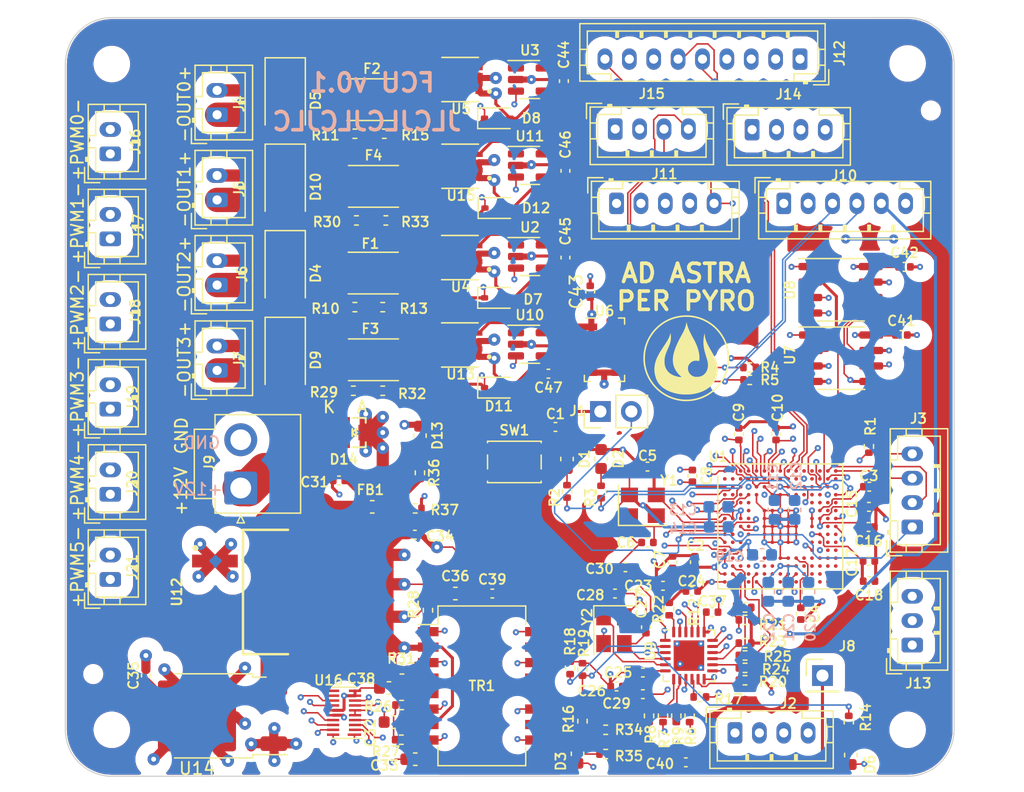
<source format=kicad_pcb>
(kicad_pcb (version 20221018) (generator pcbnew)
  (layers (0 "F.Cu" signal) (1 "In1.Cu" signal) (2 "In2.Cu" signal) (31 "B.Cu" signal) (34 "B.Paste" user) (35 "F.Paste" user) (36 "B.SilkS" user "B.Silkscreen") (37 "F.SilkS" user "F.Silkscreen") (38 "B.Mask" user) (39 "F.Mask" user) (44 "Edge.Cuts" user))
  (net 0 "")
  (net 1 "Net-(J1-Pin_1)")
  (net 2 "GND")
  (net 3 "+3.3V")
  (net 4 "Net-(U1-VCAP_2)")
  (net 5 "Net-(U1-VCAP_1)")
  (net 6 "Net-(U1-PH0)")
  (net 7 "Net-(U1-PH1)")
  (net 8 "Net-(U9-VDDCR)")
  (net 9 "Net-(U9-XTAL2)")
  (net 10 "Net-(U9-XTAl1)")
  (net 11 "/TX-")
  (net 12 "/TX+")
  (net 13 "+5V")
  (net 14 "/RX-")
  (net 15 "/RX+")
  (net 16 "Net-(C40-Pad1)")
  (net 17 "Earth")
  (net 18 "Net-(D1-A)")
  (net 19 "Net-(D2-A)")
  (net 20 "Net-(D3-A)")
  (net 21 "+12V")
  (net 22 "SWT3")
  (net 23 "SWT1")
  (net 24 "Net-(D6-A)")
  (net 25 "ADC3_IN7")
  (net 26 "ADC3_IN5")
  (net 27 "SWT4")
  (net 28 "SWT2")
  (net 29 "ADC3_IN8")
  (net 30 "ADC3_IN6")
  (net 31 "Net-(D13-A)")
  (net 32 "Net-(D14-A)")
  (net 33 "Net-(F1-Pad1)")
  (net 34 "Net-(F2-Pad1)")
  (net 35 "Net-(F3-Pad1)")
  (net 36 "Net-(F4-Pad1)")
  (net 37 "~{MCU_RST}")
  (net 38 "/DTX-")
  (net 39 "/DTX+")
  (net 40 "SWCLK")
  (net 41 "SWDIO")
  (net 42 "I2C1_SCL")
  (net 43 "I2C1_SDA")
  (net 44 "~{RST}")
  (net 45 "IMU_IRQ")
  (net 46 "USART1_RX")
  (net 47 "USART1_TX")
  (net 48 "~{CSN_RADIO}")
  (net 49 "SPI1_MOSI")
  (net 50 "SPI1_MISO")
  (net 51 "SPI1_SCK")
  (net 52 "RADIO_IRQ")
  (net 53 "RADIO_CE")
  (net 54 "USART2_RX")
  (net 55 "USART2_TX")
  (net 56 "USART3_RX")
  (net 57 "USART3_TX")
  (net 58 "Net-(J16-Pin_1)")
  (net 59 "Net-(J17-Pin_1)")
  (net 60 "Net-(J18-Pin_1)")
  (net 61 "Net-(J19-Pin_1)")
  (net 62 "Net-(J20-Pin_1)")
  (net 63 "Net-(J21-Pin_1)")
  (net 64 "Net-(U1-BOOT0)")
  (net 65 "Net-(U1-PA10)")
  (net 66 "Net-(U1-PA11)")
  (net 67 "Net-(U9-RXD0)")
  (net 68 "ETH_RXD0")
  (net 69 "ETH_RXD1")
  (net 70 "Net-(U9-RXD1)")
  (net 71 "ETH_CRS_DV")
  (net 72 "Net-(U9-LED2)")
  (net 73 "Net-(U9-LED1)")
  (net 74 "Net-(U9-RXER)")
  (net 75 "Net-(U9-CRS_DV)")
  (net 76 "ETH_MDIO")
  (net 77 "Net-(U9-RBIAS)")
  (net 78 "Net-(U9-~{RST})")
  (net 79 "Net-(U9-~{INT})")
  (net 80 "ETH_REF_CLK")
  (net 81 "Net-(TR1-C_TX)")
  (net 82 "Net-(TR1-C_RX)")
  (net 83 "/DRX-")
  (net 84 "/DRX+")
  (net 85 "ETH_TXD1")
  (net 86 "ETH_TXD0")
  (net 95 "ETH_TX_EN")
  (net 99 "BLDR_FLASH_HOLD")
  (net 100 "BLDR_FLASH_CSN")
  (net 101 "LOG_FLASH_HOLD")
  (net 104 "SPI2_MOSI")
  (net 105 "SPI2_MISO")
  (net 109 "LOG_FLASH_CSN")
  (net 114 "SPI2_SCK")
  (net 129 "TIM3_CH2")
  (net 130 "SWT2_CTRL")
  (net 131 "SWT1_CTRL")
  (net 134 "TIM3_CH1")
  (net 135 "SWT3_CTRL")
  (net 136 "SWT4_CTRL")
  (net 146 "TIM5_CH2")
  (net 147 "TIM5_CH1")
  (net 151 "ETH_MDC")
  (net 175 "TIM1_CH1")
  (net 176 "TIM1_CH2")
  (net 195 "Net-(U2-OUT)")
  (net 197 "Net-(U3-OUT)")
  (net 200 "Net-(U10-OUT)")
  (net 202 "Net-(U11-OUT)")
  (net 205 "Net-(U12-VI)")
  (footprint "Package_TO_SOT_SMD:SOT-23-5" (layer "F.Cu") (at 158.75 50.8)
    (fp_text reference "U3")
    (fp_text value "MCP1416")
  )
  (footprint "Connector_JST:JST_PH_B4B-PH-K_1x04_P2.00mm_Vertical" (layer "F.Cu") (at 190.119 87.503 90)
    (fp_text reference "J3")
    (fp_text value "Conn_01x04_Socket")
  )
  (footprint "Connector_JST:JST_PH_B2B-PH-K_1x02_P2.00mm_Vertical" (layer "F.Cu") (at 133.096 67.659 90)
    (fp_text reference "J6")
    (fp_text value "Conn_01x02_Socket")
  )
  (footprint "Capacitor_SMD:C_0402_1005Metric" (layer "F.Cu") (at 180.975 94.615 90)
    (fp_text reference "C4")
    (fp_text value "2.2uF")
  )
  (footprint "Capacitor_SMD:C_0402_1005Metric" (layer "F.Cu") (at 173.704 94.488)
    (fp_text reference "C37")
    (fp_text value "10nF")
  )
  (footprint "Connector_JST:JST_PH_B9B-PH-K_1x09_P2.00mm_Vertical" (layer "F.Cu") (at 180.911 49.1236 180)
    (fp_text reference "J12")
    (fp_text value "Conn_01x09_Socket")
  )
  (footprint "Resistor_SMD:R_0402_1005Metric" (layer "F.Cu") (at 176.403 94.107)
    (fp_text reference "R12")
    (fp_text value "10K")
  )
  (footprint "Capacitor_SMD:C_0603_1608Metric" (layer "F.Cu") (at 185.0804 106.214 90)
    (fp_text reference "D6")
    (fp_text value "Yellow")
  )
  (footprint "Resistor_SMD:R_0402_1005Metric" (layer "F.Cu") (at 169.672 102.997 90)
    (fp_text reference "R7")
    (fp_text value "33")
  )
  (footprint "Capacitor_SMD:C_0402_1005Metric" (layer "F.Cu") (at 186.531 87.503 180)
    (fp_text reference "C16")
    (fp_text value "100nF")
  )
  (footprint "Package_SO:SOIC-8_3.9x4.9mm_P1.27mm" (layer "F.Cu") (at 184.2374 68.0466)
    (fp_text reference "U8")
    (fp_text value "W25X05")
  )
  (footprint "Resistor_SMD:R_0402_1005Metric" (layer "F.Cu") (at 144.272 76.327)
    (fp_text reference "R29")
    (fp_text value "12K")
  )
  (footprint "Crystal:Crystal_SMD_3225-4Pin_3.2x2.5mm" (layer "F.Cu") (at 168.021 85.725)
    (fp_text reference "Y1")
    (fp_text value "25 MHz")
  )
  (footprint "CustomFootprints:D0-220AA-SMP" (layer "F.Cu") (at 143.388 79.756)
    (fp_text reference "D14")
    (fp_text value "SS1P3L-M3/84A" hide)
  )
  (footprint "Capacitor_SMD:C_0603_1608Metric" (layer "F.Cu") (at 152.641 92.964)
    (fp_text reference "C36")
    (fp_text value "10pF DNP")
  )
  (footprint "Capacitor_SMD:C_0402_1005Metric" (layer "F.Cu") (at 160.8516 79.2988)
    (fp_text reference "C1")
    (fp_text value "100nF")
  )
  (footprint "CustomFootprints:Logo" (layer "F.Cu") (at 171.577 73.66)
    (fp_text reference "G***" hide)
    (fp_text value "LOGO" hide)
  )
  (footprint "Connector_JST:JST_PH_B3B-PH-K_1x03_P2.00mm_Vertical" (layer "F.Cu") (at 190.119 97.187 90)
    (fp_text reference "J13")
    (fp_text value "Conn_01x03_Socket")
  )
  (footprint "Resistor_SMD:R_0402_1005Metric" (layer "F.Cu") (at 172.6946 101.4476 180)
    (fp_text reference "R17")
    (fp_text value "10K")
  )
  (footprint "Capacitor_SMD:C_0402_1005Metric" (layer "F.Cu") (at 166.592 90.805 180)
    (fp_text reference "C30")
    (fp_text value "10nF")
  )
  (footprint "Capacitor_SMD:C_0402_1005Metric" (layer "F.Cu") (at 189.23 71.755)
    (fp_text reference "C41")
    (fp_text value "100nF")
  )
  (footprint "Connector_JST:JST_PH_B4B-PH-K_1x04_P2.00mm_Vertical" (layer "F.Cu") (at 176.9816 54.9148)
    (fp_text reference "J14")
    (fp_text value "Conn_01x04_Socket")
  )
  (footprint "Connector_PinHeader_2.54mm:PinHeader_1x02_P2.54mm_Vertical" (layer "F.Cu") (at 164.5362 78.0288 90)
    (fp_text reference "J1")
    (fp_text value "Conn_01x02")
  )
  (footprint "Package_BGA:UFBGA-201_10x10mm_Layout15x15_P0.65mm" (layer "F.Cu") (at 179.294 87.4568)
    (fp_text reference "U1")
    (fp_text value "STM32F407IGHx")
  )
  (footprint "Diode_SMD:D_SMA" (layer "F.Cu") (at 138.684 52.5272 -90)
    (fp_text reference "D5")
    (fp_text value "GS1G")
  )
  (footprint "Connector_JST:JST_PH_B5B-PH-K_1x05_P2.00mm_Vertical" (layer "F.Cu") (at 165.863 60.96)
    (fp_text reference "J11")
    (fp_text value "Conn_01x05_Socket")
  )
  (footprint "Capacitor_SMD:C_0402_1005Metric" (layer "F.Cu") (at 170.4594 90.392 90)
    (fp_text reference "C7")
    (fp_text value "100nF")
  )
  (footprint "Connector_JST:JST_PH_B2B-PH-K_1x02_P2.00mm_Vertical" (layer "F.Cu") (at 124.333 84.82 90)
    (fp_text reference "J20")
    (fp_text value "Conn_01x02_Socket")
  )
  (footprint "CustomFootprints:JLCPCB_ToolingHole" (layer "F.Cu") (at 191.643 53.34)
    (fp_text reference "REF**" hide)
    (fp_text value "JLCPCB_ToolingHole")
  )
  (footprint "Package_TO_SOT_SMD:SOT-23-5" (layer "F.Cu") (at 158.75 72.517)
    (fp_text reference "U10")
    (fp_text value "MCP1416")
  )
  (footprint "MountingHole:MountingHole_2.5mm" (layer "F.Cu") (at 124.46 49.53)
    (fp_text reference "REF**" hide)
    (fp_text value "MountingHole_2.5mm")
  )
  (footprint "Capacitor_SMD:C_0402_1005Metric" (layer "F.Cu") (at 168.275 95.726 -90)
    (fp_text reference "C27")
    (fp_text value "15pF")
  )
  (footprint "Capacitor_SMD:C_0603_1608Metric" (layer "F.Cu") (at 147.193 100.711 180)
    (fp_text reference "C38")
    (fp_text value "10pF DNP")
  )
  (footprint "Resistor_SMD:R_0402_1005Metric" (layer "F.Cu") (at 146.685 76.327)
    (fp_text reference "R32")
    (fp_text value "2.4K")
  )
  (footprint "Capacitor_SMD:C_0603_1608Metric" (layer "F.Cu") (at 147.574 103.505 180)
    (fp_text reference "C32")
    (fp_text value "10pF DNP")
  )
  (footprint "Capacitor_SMD:C_0603_1608Metric_Pad1.08x0.95mm_HandSolder" (layer "F.Cu") (at 145.8225 85.852 180)
    (fp_text reference "FB1")
    (fp_text value "FerriteBead")
  )
  (footprint "MountingHole:MountingHole_2.5mm" (layer "F.Cu") (at 189.738 104.14)
    (fp_text reference "REF**" hide)
    (fp_text value "MountingHole_2.5mm")
  )
  (footprint "Capacitor_SMD:C_0402_1005Metric" (layer "F.Cu") (at 186.5754 91.948 180)
    (fp_text reference "C18")
    (fp_text value "100nF")
  )
  (footprint "Resistor_SMD:R_0402_1005Metric" (layer "F.Cu") (at 163.066 99.187 90)
    (fp_text reference "R19")
    (fp_text value "10K")
  )
  (footprint "Capacitor_SMD:C_0402_1005Metric" (layer "F.Cu") (at 127.254 99.695 90)
    (fp_text reference "C35")
    (fp_text value "10uF")
  )
  (footprint "Capacitor_SMD:C_0402_1005Metric" (layer "F.Cu") (at 172.2882 90.392 90)
    (fp_text reference "C2")
    (fp_text value "1uF")
  )
  (footprint "Package_LGA:LGA-8_3x5mm_P1.25mm" (layer "F.Cu") (at 164.8714 72.9638)
    (fp_text reference "U6")
    (fp_text value "MS5611-01BA")
  )
  (footprint "Capacitor_SMD:C_0402_1005Metric" (layer "F.Cu") (at 168.402 88.773)
    (fp_text reference "C6")
    (fp_text value "13pF")
  )
  (footprint "Resistor_SMD:R_0402_1005Metric" (layer "F.Cu") (at 161.798 84.582 -90)
    (fp_text reference "R2")
    (fp_text value "220")
  )
  (footprint "Resistor_SMD:R_0402_1005Metric" (layer "F.Cu") (at 184.912 103.505 90)
    (fp_text reference "R14")
    (fp_text value "250")
  )
  (footprint "Capacitor_SMD:C_0402_1005Metric" (layer "F.Cu") (at 168.021 99.441)
    (fp_text reference "C25")
    (fp_text value "1uF")
  )
  (footprint "Connector_JST:JST_VH_B2P-VH_1x02_P3.96mm_Vertical" (layer "F.Cu") (at 135.0352 84.3075 90)
    (fp_text reference "J9")
    (fp_text value "Conn_01x02_Pin")
  )
  (footprint "Resistor_SMD:R_0402_1005Metric" (layer "F.Cu") (at 146.812 55.245)
    (fp_text reference "R15")
    (fp_text value "2.4K")
  )
  (footprint "Capacitor_SMD:C_0402_1005Metric" (layer "F.Cu") (at 169.672 92.329)
    (fp_text reference "C23")
    (fp_text value "1uF")
  )
  (footprint "Capacitor_SMD:C_0603_1608Metric" (layer "F.Cu") (at 162.6616 106.1082 90)
    (fp_text reference "D3")
    (fp_text value "Green")
  )
  (footprint "Package_SO:SOIC-8_3.9x4.9mm_P1.27mm" (layer "F.Cu") (at 184.277 73.66)
    (fp_text reference "U7")
    (fp_text value "W25X05")
  )
  (footprint "Resistor_SMD:R_0402_1005Metric" (layer "F.Cu") (at 176.784 74.422)
    (fp_text reference "R4")
    (fp_text value "10K")
  )
  (footprint "Fuse:Fuse_2512_6332Metric" (layer "F.Cu") (at 145.902 66.675 180)
    (fp_text reference "F1")
    (fp_text value "SF-2410F-T")
  )
  (footprint "Resistor_SMD:R_0402_1005Metric" (layer "F.Cu") (at 146.685 69.469)
    (fp_text reference "R13")
    (fp_text value "2.4K")
  )
  (footprint "Crystal:Crystal_SMD_3225-4Pin_3.2x2.5mm" (layer "F.Cu") (at 165.647 95.969 -90)
    (fp_text reference "Y2")
    (fp_text value "25 MHz")
  )
  (footprint "Resistor_SMD:R_0402_1005Metric" (layer "F.Cu") (at 146.939 62.357)
    (fp_text reference "R33")
    (fp_text value "2.4K")
  )
  (footprint "Capacitor_SMD:C_0402_1005Metric" (layer "F.Cu") (at 178.943 79.883 -90)
    (fp_text reference "C10")
    (fp_text value "100nF")
  )
  (footprint "CustomFootprints:HSMT-8" (layer "F.Cu") (at 153.009 65.405 180)
    (fp_text reference "U4")
    (fp_text value "RQ3E100")
  )
  (footprint "Resistor_SMD:R_0402_1005Metric" (layer "F.Cu") (at 176.403 99.06)
    (fp_text reference "R24")
    (fp_text value "10K")
  )
  (footprint "Resistor_SMD:R_0402_1005Metric" (layer "F.Cu") (at 150.3934 94.3336 -90)
    (fp_text reference "R28")
    (fp_text value "49.9")
  )
  (footprint "Capacitor_SMD:C_0402_1005Metric" (layer "F.Cu") (at 163.703 68.199 90)
    (fp_text reference "C43")
    (fp_text value "100nF")
  )
  (footprint "Transformer_SMD:Transformer_Ethernet_Bourns_PT61017PEL" (layer "F.Cu") (at 154.813 100.5332)
    (fp_text reference "TR1")
    (fp_text value "PT61017PEL")
  )
  (footprint "Resistor_SMD:R_0402_1005Metric" (layer "F.Cu") (at 162.052 99.062 90)
    (fp_text reference "R18")
    (fp_text value "10K")
  )
  (footprint "Capacitor_SMD:C_0402_1005Metric" (layer "F.Cu") (at 175.895 79.883 -90)
    (fp_text reference "C9")
    (fp_text value "100nF")
  )
  (footprint "Capacitor_SMD:C_0402_1005Metric" (layer "F.Cu") (at 165.862 100.584)
    (fp_text reference "C26")
    (fp_text value "470pF")
  )
  (footprint "Capacitor_SMD:C_0402_1005Metric" (layer "F.Cu") (at 189.484 66.167)
    (fp_text reference "C42")
    (fp_text value "100nF")
  )
  (footprint "Capacitor_SMD:C_0402_1005Metric" (layer "F.Cu") (at 172.085 83.312 -90)
    (fp_text reference "C8")
    (fp_text value "100nF")
  )
  (footprint "Connector_PinHeader_2.54mm:PinHeader_1x01_P2.54mm_Vertical" (layer "F.Cu") (at 182.753 99.695)
    (fp_text reference "J8")
    (fp_text value "Conn_01x01")
  )
  (footprint "Resistor_SMD:R_0402_1005Metric" (layer "F.Cu") (at 164.971 104.14)
    (fp_text reference "R34")
    (fp_text value "75")
  )
  (footprint "Resistor_SMD:R_0402_1005Metric" (layer "F.Cu") (at 176.405 95.123 180)
    (fp_text reference "R21")
    (fp_text value "1.5K")
  )
  (footprint "Capacitor_SMD:C_0402_1005Metric" (layer "F.Cu") (at 168.402 82.55)
    (fp_text reference "C5")
    (fp_text value "13pF")
  )
  (footprint "Resistor_SMD:R_0402_1005Metric" (layer "F.Cu") (at 186.563 80.899 -90)
    (fp_text reference "R1")
    (fp_text value "10K")
  )
  (footprint "Resistor_SMD:R_0402_1005Metric" (layer "F.Cu") (at 176.403 100.076 180)
    (fp_text reference "R20")
    (fp_text value "33")
  )
  (footprint "Resistor_SMD:R_0402_1005Metric" (layer "F.Cu") (at 148.2344 102.108)
    (fp_text reference "R26")
    (fp_text value "49.9")
  )
  (footprint "Capacitor_SMD:C_0402_1005Metric" (layer "F.Cu") (at 161.671 65.405 90)
    (fp_text reference "C45")
    (fp_text value "1uF")
  )
  (footprint "MountingHole:MountingHole_2.5mm" (layer "F.Cu") (at 124.46 104.14)
    (fp_text reference "REF**" hide)
    (fp_text value "MountingHole_2.5mm")
  )
  (footprint "Capacitor_SMD:C_0603_1608Metric" (layer "F.Cu") (at 161.798 81.928 -90)
    (fp_text reference "D1")
    (fp_text value "Blue")
  )
  (footprint "CustomFootprints:JLCPCB_ToolingHole" (layer "F.Cu") (at 122.936 99.568)
    (fp_text reference "REF**" hide)
    (fp_text value "JLCPCB_ToolingHole")
  )
  (footprint "Connector_JST:JST_PH_B4B-PH-K_1x04_P2.00mm_Vertical" (layer "F.Cu") (at 165.7548 54.864)
    (fp_text reference "J15")
    (fp_text value "Conn_01x04_Socket")
  )
  (footprint "Connector_JST:JST_PH_B2B-PH-K_1x02_P2.00mm_Vertical" (layer "F.Cu") (at 124.333 91.805 90)
    (fp_text reference "J21")
    (fp_text value "Conn_01x02_Socket")
  )
  (footprint "Capacitor_SMD:C_0402_1005Metric" (layer "F.Cu") (at 172.0342 92.7608)
    (fp_text reference "C24")
    (fp_text value "100nF")
  )
  (footprint "Capacitor_SMD:C_0402_1005Metric" (layer "F.Cu") (at 161.671 58.293 90)
    (fp_text reference "C46")
    (fp_text value "1uF")
  )
  (footprint "Package_TO_SOT_SMD:TO-252-2" (layer "F.Cu") (at 132.705 102.997 180)
    (fp_text reference "U14")
    (fp_text value "NCP1117-5.0_SOT223")
  )
  (footprint "Resistor_SMD:R_0402_1005Metric" (layer "F.Cu") (at 170.18 94.236 90)
    (fp_text reference "R22")
    (fp_text value "12.1K")
  )
  (footprint "MountingHole:MountingHole_2.5mm" (layer "F.Cu") (at 189.738 49.4792)
    (fp_text reference "REF**" hide)
    (fp_text value "MountingHole_2.5mm")
  )
  (footprint "CustomFootprints:HSMT-8" (layer "F.Cu") (at 153.035 57.912 180)
    (fp_text reference "U15")
    (fp_text value "RQ3E100")
  )
  (footprint "Capacitor_SMD:C_0603_1608Metric" (layer "F.Cu") (at 149.733 80.01 -90)
    (fp_text reference "D13")
    (fp_text value "Green_LED")
  )
  (footprint "Diode_SMD:D_SOD-323" (layer "F.Cu") (at 156.117 61.341)
    (fp_text reference "D12")
    (fp_text value "MM3Z3V0")
  )
  (footprint "Resistor_SMD:R_0402_1005Metric" (layer "F.Cu") (at 171.8564 102.997 -90)
    (fp_text reference "R6")
    (fp_text value "33")
  )
  (footprint "Resistor_SMD:R_0402_1005Metric" (layer "F.Cu") (at 170.7642 102.997 -90)
    (fp_text reference "R9")
    (fp_text value "10K")
  )
  (footprint "Connector_JST:JST_PH_B2B-PH-K_1x02_P2.00mm_Vertical" (layer "F.Cu") (at 124.333 70.85 90)
    (fp_text reference "J18")
    (fp_text value "Conn_01x02_Socket")
  )
  (footprint "Connector_JST:JST_PH_B2B-PH-K_1x02_P2.00mm_Vertical" (layer "F.Cu") (at 133.096 74.66 90)
    (fp_text reference "J7")
    (fp_text value "Conn_01x02_Socket")
  )
  (footprint "Connector_JST:JST_PH_B2B-PH-K_1x02_P2.00mm_Vertical" (layer "F.Cu") (at 133.096 60.674 90)
    (fp_text reference "J5")
    (fp_text value "Conn_01x02_Socket")
  )
  (footprint "Capacitor_SMD:C_0402_1005Metric" (layer "F.Cu") (at 186.563 85.852 180)
    (fp_text reference "C15")
    (fp_text value "100nF")
  )
  (footprint "Capacitor_SMD:C_0402_1005Metric" (layer "F.Cu") (at 186.595 84.201 180)
    (fp_text reference "C3")
    (fp_text value "2.2uF")
  )
  (footprint "CustomFootprints:HSMT-8" (layer "F.Cu") (at 153.009 72.573 180)
    (fp_text reference "U13")
    (fp_text value "RQ3E100")
  )
  (footprint "Capacitor_SMD:C_0402_1005Metric" (layer "F.Cu") (at 143.097 83.693)
    (fp_text reference "C31")
    (fp_text value "10uF")
  )
  (footprint "Resistor_SMD:R_0402_1005Metric" (layer "F.Cu") (at 148.207 104.9528)
    (fp_text reference "R27")
    (fp_text value "49.9")
  )
  (footprint "Resistor_SMD:R_0402_1005Metric" (layer "F.Cu") (at 163.068 103.4288 90)
    (fp_text reference "R16")
    (fp_text value "250")
  )
  (footprint "Diode_SMD:D_SMA" (layer "F.Cu") (at 138.684 73.8124 -90)
    (fp_text reference "D9")
    (fp_text value "GS1G")
  )
  (footprint "Resistor_SMD:R_0402_1005Metric" (layer "F.Cu") (at 148.2578 99.187)
    (fp_text reference "R31")
    (fp_text value "49.9")
  )
  (footprint "Resistor_SMD:R_0402_1005Metric" (layer "F.Cu") (at 144.524 62.357)
    (fp_text reference "R30")
    (fp_text value "12K")
  )
  (footprint "Connector_JST:JST_PH_B2B-PH-K_1x02_P2.00mm_Vertical" (layer "F.Cu") (at 133.096 53.689 90)
    (fp_text reference "J4")
    (fp_text value "Conn_01x02_Socket")
  )
  (footprint "Capacitor_SMD:C_0402_1005Metric" (layer "F.Cu") (at 149.32 88.138)
    (fp_text reference "C34")
    (fp_text value "10uF")
  )
  (footprint "Fuse:Fuse_2512_6332Metric" (layer "F.Cu") (at 145.796 52.451 180)
    (fp_text reference "F2")
    (fp_text value "SF-2410F-T")
  )
  (footprint "Capacitor_SMD:C_0402_1005Metric" (layer "F.Cu") (at 161.544 50.927 90)
    (fp_text reference "C44")
    (fp_text value "1uF")
  )
  (footprint "Diode_SMD:D_SMA" (layer "F.Cu") (at 138.684 59.6072 -90)
    (fp_text reference "D10")
    (fp_text value "GS1G")
  )
  (footprint "Diode_SMD:D_SOD-323" (layer "F.Cu") (at 156.083 53.975)
    (fp_text reference "D8")
    (fp_text value "MM3Z3V0")
  )
  (footprint "Resistor_SMD:R_0402_1005Metric" (layer "F.Cu") (at 144.399 69.469)
    (fp_text reference "R10")
    (fp_text value "12K")
  )
  (footprint "Capacitor_SMD:C_0402_1005Metric" (layer "F.Cu") (at 160.274 74.93)
    (fp_text reference "C47")
    (fp_text value "1uF")
  )
  (footprint "Package_TO_SOT_SMD:SOT-23-5" (layer "F.Cu") (at 158.7555 65.319)
    (fp_text reference "U2")
    (fp_text value "MCP1416")
  )
  (footprint "Button_Switch_SMD:SW_SPST_PTS810" (layer "F.Cu") (at 157.48 82.169)
    (fp_text reference "SW1")
    (fp_text value "SW_RST")
  )
  (footprint "Resistor_SMD:R_0402_1005Metric" (layer "F.Cu") (at 149.35 85.979)
    (fp_text reference "R37")
    (fp_text value "10K")
  )
  (footprint "Capacitor_SMD:C_0603_1608Metric" (layer "F.Cu") (at 149.352 106.553 180)
    (fp_text reference "C33")
    (fp_text value "10pF DNP")
  )
  (footprint "Resistor_SMD:R_0402_1005Metric" (layer "F.Cu") (at 168.529 102.997 -90)
    (fp_text reference "R8")
    (fp_text value "10K")
  )
  (footprint "Resistor_SMD:R_0402_1005Metric" (layer "F.Cu") (at 176.401 97.028)
    (fp_text reference "R23")
    (fp_text value "10K")
  )
  (footprint "Capacitor_SMD:C_0603_1608Metric" (layer "F.Cu") (at 164.592 81.928 -90)
    (fp_text reference "D2")
    (fp_text value "Red")
  )
  (footprint "Fuse:Fuse_2512_6332Metric" (layer "F.Cu") (at 145.923 59.563 180)
    (fp_text reference "F4")
    (fp_text value "SF-2410F-T")
  )
  (footprint "Capacitor_SMD:C_0402_1005Metric" (layer "F.Cu") (at 165.735 92.964 180)
    (fp_text reference "C28")
    (fp_text value "15pF")
  )
  (footprint "Capacitor_SMD:C_0402_1005Metric" (layer "F.Cu") (at 171.545 106.807)
    (fp_text reference "C40")
    (fp_text value "1nF")
  )
  (footprint "Capacitor_SMD:C_0402_1005Metric" (layer "F.Cu") (at 168.021 101.219)
    (fp_text reference "C29")
    (fp_text value "10nF")
  )
  (footprint "Connector_JST:JST_PH_B4B-PH-K_1x04_P2.00mm_Vertical" (layer "F.Cu") (at 175.578 104.394)
    (fp_text reference "J2")
    (fp_text value "Conn_01x04_Socket")
  )
  (footprint "Capacitor_SMD:C_0402_1005Metric" (layer "F.Cu") (at 186.563 90.297 180)
    (fp_text reference "C17")
    (fp_text value "100nF")
  )
  (footprint "Package_SON:USON-20_2x4mm_P0.4mm" (layer "F.Cu") (at 143.51 102.743 180)
    (fp_text reference "U16")
    (fp_text value "TXB0108DQSR")
  )
  (footprint "CustomFootprints:HSMT-8" (layer "F.Cu") (at 153.035 50.8 180)
    (fp_text reference "U5")
    (fp_text value "RQ3E100")
  )
  (footprint "Diode_SMD:D_SOD-323" (layer "F.Cu") (at 156.083 68.707)
    (fp_text reference "D7")
    (fp_text value "MM3Z3V0")
  )
  (footprint "Resistor_SMD:R_0402_1005Metric" (layer "F.Cu") (at 149.733 83.058 -90)
    (fp_text reference "R36")
    (fp_text value "1K")
  )
  (footprint "Resistor_SMD:R_0402_1005Metric" (layer "F.Cu") (at 164.971 106.13)
    (fp_text reference "R35")
    (fp_text value "75")
  )
  (footprint "Connector_JST:JST_PH_B2B-PH-K_1x02_P2.00mm_Vertical" (layer "F.Cu") (at 124.333 77.835 90)
    (fp_text reference "J19")
    (fp_text value "Conn_01x02_Socket")
  )
  (footprint "Package_TO_SOT_SMD:SOT-23-5" (layer "F.Cu") (at 158.75 57.846)
    (fp_text reference "U11")
    (fp_text value "MCP1416")
  )
  (footprint "Resistor_SMD:R_0402_1005Metric" (layer "F.Cu") (at 176.403 98.044)
    (fp_text reference "R25")
    (fp_text value "33")
  )
  (footprint "Fuse:Fuse_2512_6332Metric" (layer "F.Cu") (at 145.923 73.787 180)
    (fp_text reference "F3")
    (fp_text value "SF-2410F-T")
  )
  (footprint "Resistor_SMD:R_0402_1005Metric" (layer "F.Cu") (at 164.592 84.6328 -90)
    (fp_text reference "R3")
    (fp_text value "220")
  )
  (footprint "Resistor_SMD:R_0402_1005Metric" (layer "F.Cu") (at 144.399 55.245)
    (fp_text reference "R11")
    (fp_text value "12K")
  )
  (footprint "Resistor_SMD:R_0402_1005Metric" (layer "F.Cu") (at 176.784 75.438)
    (fp_text reference "R5")
    (fp_text value "10K")
  )
  (footprint "Capacitor_SMD:C_0402_1005Metric" (layer "F.Cu") (at 155.67 92.964)
    (fp_text reference "C39")
    (fp_text value "22nF")
  )
  (footprint "Connector_JST:JST_PH_B2B-PH-K_1x02_P2.00mm_Vertical" (layer "F.Cu") (at 124.333 56.896 90)
    (fp_text reference "J16")
    (fp_text value "Conn_01x02_Socket")
  )
  (footprint "Connector_JST:JST_PH_B2B-PH-K_1x02_P2.00mm_Vertical" (layer "F.Cu") (at 124.333 63.865 90)
    (fp_text reference "J17")
    (fp_text value "Conn_01x02_Socket")
  )
  (footprint "CustomFootprints:TO254P1542X460-3N" (layer "F.Cu") (at 139.319 92.837)
    (fp_text reference "U12")
    (fp_text value "LD1085D2T33R" hide)
  )
  (footprint "Diode_SMD:D_SMA" (layer "F.Cu") (at 138.684 66.7004 -90)
    (fp_text reference "D4")
    (fp_text value "GS1G")
  )
  (footprint "Package_DFN_QFN:VQFN-24-1EP_4x4mm_P0.5mm_EP2.5x2.5mm" (layer "F.Cu") (at 171.7985 98.056)
    (fp_text reference "U9")
    (fp_text value "LAN8742")
  )
  (footprint "Diode_SMD:D_SOD-323" (layer "F.Cu") (at 156.083 76.073)
    (fp_text reference "D11")
    (fp_text value "MM3Z3V0")
  )
  (footprint "Connector_JST:JST_PH_B6B-PH-K_1x06_P2.00mm_Vertical" (layer "F.Cu") (at 179.578 60.96)
    (fp_text reference "J10")
    (fp_text value "Conn_01x06_Socket")
  )
  (footprint "Capacitor_SMD:C_0603_1608Metric" (layer "B.Cu") (at 178.816 86.106 90)
    (fp_text reference "C11")
    (fp_text value "100nF")
  )
  (footprint "Capacitor_SMD:C_0603_1608Metric" (layer "B.Cu") (at 174.212 85.852)
    (fp_text reference "C13")
    (fp_text value "100nF")
  )
  (footprint "Capacitor_SMD:C_0603_1608Metric" (layer "B.Cu") (at 179.9452 92.824 90)
    (fp_text reference "C21")
    (fp_text value "100nF")
  )
  (footprint "Capacitor_SMD:C_0603_1608Metric" (layer "B.Cu") (at 178.308 92.824 90)
    (fp_text reference "C22")
    (fp_text value "100nF")
  )
  (footprint "Capacitor_SMD:C_0603_1608Metric" (layer "B.Cu") (at 174.244 87.503)
    (fp_text reference "C14")
    (fp_text value "100nF")
  )
  (footprint "Capacitor_SMD:C_0603_1608Metric" (layer "B.Cu") (at 181.61 92.824 90)
    (fp_text reference "C20")
    (fp_text value "100nF")
  )
  (footprint "Capacitor_SMD:C_0603_1608Metric" (layer "B.Cu") (at 180.467 86.106 90)
    (fp_text reference "C12")
    (fp_text value "100nF")
  )
  (footprint "Capacitor_SMD:C_0603_1608Metric" (layer "B.Cu") (at 177.8 89.789 180)
    (fp_text reference "C19")
    (fp_text value "100nF")
  )
  (gr_arc (start 189.738 45.7183) (mid 192.432085 46.834231) (end 193.548 49.528323) (stroke (width 0.1)) (layer "Edge.Cuts"))
  (gr_arc (start 120.65 49.53) (mid 121.765923 46.835923) (end 124.46 45.72) (stroke (width 0.1)) (layer "Edge.Cuts"))
  (gr_arc (start 193.548 104.136646) (mid 192.432061 106.830693) (end 189.738 107.9466) (stroke (width 0.1)) (layer "Edge.Cuts"))
  (gr_line (start 124.46 107.95) (end 189.738 107.946646) (stroke (width 0.1)) (layer "Edge.Cuts"))
  (gr_arc (start 124.46 107.95) (mid 121.765923 106.834077) (end 120.65 104.14) (stroke (width 0.1)) (layer "Edge.Cuts"))
  (gr_line (start 124.46 45.72) (end 189.738 45.718323) (stroke (width 0.1)) (layer "Edge.Cuts"))
  (gr_line (start 120.65 49.53) (end 120.65 104.14) (stroke (width 0.1)) (layer "Edge.Cuts"))
  (gr_line (start 193.548 104.136646) (end 193.548 49.528323) (stroke (width 0.1)) (layer "Edge.Cuts"))
  (gr_text "FCU v0.1" (at 145.796 51.943) (layer "B.SilkS") (effects (font (size 1.5 1.5) (thickness 0.3) bold) (justify bottom mirror)))
  (gr_text "GND" (at 133.4516 81.1784) (layer "B.SilkS") (effects (font (size 1 1)) (justify left bottom mirror)))
  (gr_text "+12V" (at 133.6548 84.9884) (layer "B.SilkS") (effects (font (size 1 1)) (justify left bottom mirror)))
  (gr_text "JLCJLCJLCJLC" (at 153.289 55.118) (layer "B.SilkS") (effects (font (size 1.5 1.5) (thickness 0.3) bold) (justify left bottom mirror)))
  (gr_text "-OUT2+" (at 130.986 70.019 90) (layer "F.SilkS") (effects (font (size 1 1)) (justify left bottom)))
  (gr_text "GND" (at 130.7592 81.6356 90) (layer "F.SilkS") (effects (font (size 1 1)) (justify left bottom)))
  (gr_text "+PWM5-" (at 122.223 94.234 90) (layer "F.SilkS") (effects (font (size 1 1)) (justify left bottom)))
  (gr_text "+PWM3-" (at 122.223 80.264 90) (layer "F.SilkS") (effects (font (size 1 1)) (justify left bottom)))
  (gr_text "+PWM4-" (at 122.223 87.122 90) (layer "F.SilkS") (effects (font (size 1 1)) (justify left bottom)))
  (gr_text "+PWM2-" (at 122.223 73.152 90) (layer "F.SilkS") (effects (font (size 1 1)) (justify left bottom)))
  (gr_text "-OUT0+" (at 130.986 56.049 90) (layer "F.SilkS") (effects (font (size 1 1)) (justify left bottom)))
  (gr_text "-OUT3+" (at 130.986 77.02 90) (layer "F.SilkS") (effects (font (size 1 1)) (justify left bottom)))
  (gr_text "+PWM0-" (at 122.223 59.182 90) (layer "F.SilkS") (effects (font (size 1 1)) (justify left bottom)))
  (gr_text "-OUT1+" (at 130.986 63.034 90) (layer "F.SilkS") (effects (font (size 1 1)) (justify left bottom)))
  (gr_text "+PWM1-" (at 122.223 66.04 90) (layer "F.SilkS") (effects (font (size 1 1)) (justify left bottom)))
  (gr_text "+12V" (at 130.7084 86.6648 90) (layer "F.SilkS") (effects (font (size 1 1)) (justify left bottom)))
  (segment (start 160.3116 79.2988) (end 160.3116 80.3374) (width 0.25) (layer "F.Cu") (net 1))
  (segment (start 160.3116 80.3374) (end 159.555 81.094) (width 0.25) (layer "F.Cu") (net 1))
  (segment (start 161.484199 78.0288) (end 160.3116 79.201399) (width 0.25) (layer "F.Cu") (net 1))
  (segment (start 155.405 81.094) (end 159.555 81.094) (width 0.25) (layer "F.Cu") (net 1))
  (segment (start 164.5362 78.0288) (end 161.484199 78.0288) (width 0.25) (layer "F.Cu") (net 1))
  (segment (start 175.0223 86.5033) (end 175.006 86.487) (width 0.127) (layer "F.Cu") (net 2))
  (segment (start 154.585 58.887) (end 155.661 58.887) (width 0.5) (layer "F.Cu") (net 2))
  (segment (start 147.449 62.357) (end 155.194 62.357) (width 0.25) (layer "F.Cu") (net 2))
  (segment (start 155.829 64.897) (end 155.702 65.024) (width 0.5) (layer "F.Cu") (net 2))
  (segment (start 168.021 85.725) (end 167.771 85.725) (width 0.25) (layer "F.Cu") (net 2))
  (segment (start 139.573 105.283) (end 139.065 105.277) (width 0.75) (layer "F.Cu") (net 2))
  (segment (start 164.797 96.061) (end 164.846 96.012) (width 0.127) (layer "F.Cu") (net 2))
  (segment (start 174.744 90.7068) (end 174.744 90.0568) (width 0.127) (layer "F.Cu") (net 2))
  (segment (start 155.956 51.943) (end 154.753 51.943) (width 0.5) (layer "F.Cu") (net 2))
  (segment (start 156.21 92.953573) (end 152.410427 89.154) (width 0.127) (layer "F.Cu") (net 2))
  (segment (start 179.294 88.775761) (end 179.294 90.0568) (width 0.127) (layer "F.Cu") (net 2))
  (segment (start 167.767 93.472) (end 168.275 93.98) (width 0.127) (layer "F.Cu") (net 2))
  (segment (start 167.512 88.773) (end 166.0675 87.3285) (width 0.127) (layer "F.Cu") (net 2))
  (segment (start 168.275 93.98) (end 168.275 95.186) (width 0.127) (layer "F.Cu") (net 2))
  (segment (start 166.37 81.153) (end 166.465 81.153) (width 0.25) (layer "F.Cu") (net 2))
  (segment (start 144.907 100.711) (end 144.675 100.943) (width 0.127) (layer "F.Cu") (net 2))
  (segment (start 173.2046 101.4476) (end 173.8884 101.4476) (width 0.127) (layer "F.Cu") (net 2))
  (segment (start 179.297619 87.438365) (end 179.297619 86.159144) (width 0.127) (layer "F.Cu") (net 2))
  (segment (start 144.41 101.343) (end 144.41 100.943) (width 0.25) (layer "F.Cu") (net 2))
  (segment (start 155.194 62.357) (end 156.083 61.468) (width 0.25) (layer "F.Cu") (net 2))
  (segment (start 157.04 61.468) (end 157.167 61.341) (width 0.25) (layer "F.Cu") (net 2))
  (segment (start 127.254 98.044) (end 127.254 98.298) (width 0.75) (layer "F.Cu") (net 2))
  (segment (start 177.344 84.8568) (end 177.344 85.497273) (width 0.127) (layer "F.Cu") (net 2))
  (segment (start 161.798 81.153) (end 161.798 79.7052) (width 0.25) (layer "F.Cu") (net 2))
  (segment (start 156.972 76.073) (end 155.829 74.93) (width 0.25) (layer "F.Cu") (net 2))
  (segment (start 159.8875 73.467) (end 159.8875 74.8365) (width 0.25) (layer "F.Cu") (net 2))
  (segment (start 155.956 52.798) (end 157.133 53.975) (width 0.25) (layer "F.Cu") (net 2))
  (segment (start 181.257 95.095) (end 182.753 93.599) (width 0.25) (layer "F.Cu") (net 2))
  (segment (start 183.0436 69.9516) (end 183.261 69.977) (width 0.127) (layer "F.Cu") (net 2))
  (segment (start 137.745 105.277) (end 139.053 105.277) (width 0.75) (layer "F.Cu") (net 2))
  (segment (start 178.644 86.8068) (end 177.994 86.8068) (width 0.127) (layer "F.Cu") (net 2))
  (segment (start 161.648 58.796) (end 161.671 58.773) (width 0.25) (layer "F.Cu") (net 2))
  (segment (start 166.0675 85.7285) (end 166.921 84.875) (width 0.127) (layer "F.Cu") (net 2))
  (segment (start 157.099 61.341) (end 155.829 60.071) (width 0.25) (layer "F.Cu") (net 2))
  (segment (start 163.703 67.719) (end 163.703 66.929) (width 0.25) (layer "F.Cu") (net 2))
  (segment (start 154.585 57.587) (end 155.646 57.587) (width 0.5) (layer "F.Cu") (net 2))
  (segment (start 155.56 73.548) (end 155.829 73.66) (width 0.5) (layer "F.Cu") (net 2))
  (segment (start 172.2882 89.852) (end 170.4594 89.852) (width 0.25) (layer "F.Cu") (net 2))
  (segment (start 172.085 82.772) (end 171.069 82.804) (width 0.127) (layer "F.Cu") (net 2))
  (segment (start 154.559 66.38) (end 155.407 66.38) (width 0.5) (layer "F.Cu") (net 2))
  (segment (start 178.003527 86.1568) (end 180.597581 86.151821) (width 0.127) (layer "F.Cu") (net 2))
  (segment (start 168.271 85.725) (end 169.121 86.575) (width 0.25) (layer "F.Cu") (net 2))
  (segment (start 155.575 72.248) (end 155.829 72.136) (width 0.5) (layer "F.Cu") (net 2))
  (segment (start 134.239 88.9) (end 134.239 88.977) (width 0.75) (layer "F.Cu") (net 2))
  (segment (start 143.51 101.346) (end 144.407 101.346) (width 0.25) (layer "F.Cu") (net 2))
  (segment (start 155.646 57.587) (end 155.829 57.404) (width 0.5) (layer "F.Cu") (net 2))
  (segment (start 164.592 99.695) (end 163.574 98.677) (width 0.127) (layer "F.Cu") (net 2))
  (segment (start 187.677 81.503) (end 190.119 81.503) (width 0.127) (layer "F.Cu") (net 2))
  (segment (start 155.956 50.673) (end 154.783 50.673) (width 0.5) (layer "F.Cu") (net 2))
  (segment (start 164.592 81.153) (end 166.37 81.153) (width 0.25) (layer "F.Cu") (net 2))
  (segment (start 165.322 100.362) (end 166.243 99.441) (width 0.127) (layer "F.Cu") (net 2))
  (segment (start 164.592 81.153) (end 161.646 81.153) (width 0.25) (layer "F.Cu") (net 2))
  (segment (start 179.944 90.0568) (end 179.294 90.0568) (width 0.127) (layer "F.Cu") (net 2))
  (segment (start 154.559 94.107) (end 155.077427 94.107) (width 0.127) (layer "F.Cu") (net 2))
  (segment (start 143.129 84.836) (end 142.557 84.264) (width 0.25) (layer "F.Cu") (net 2))
  (segment (start 155.829 57.404) (end 155.702 57.531) (width 0.5) (layer "F.Cu") (net 2))
  (segment (start 137.795 104.14) (end 137.795 104.013) (width 0.75) (layer "F.Cu") (net 2))
  (segment (start 161.798 79.7052) (end 161.3916 79.2988) (width 0.25) (layer "F.Cu") (net 2))
  (segment (start 152.410427 89.154) (end 151.13 89.154) (width 0.127) (layer "F.Cu") (net 2))
  (segment (start 131.699 88.9) (end 131.699 89.077) (width 0.75) (layer "F.Cu") (net 2))
  (segment (start 166.052 90.583) (end 167.862 88.773) (width 0.127) (layer "F.Cu") (net 2))
  (segment (start 176.308 79.343) (end 176.784 78.867) (width 0.25) (layer "F.Cu") (net 2))
  (segment (start 180.59401 88.7568) (end 177.99836 88.7568) (width 0.127) (layer "F.Cu") (net 2))
  (segment (start 181.888003 86.147588) (end 181.894 87.4568) (width 0.127) (layer "F.Cu") (net 2))
  (segment (start 167.259 92.964) (end 167.767 93.472) (width 0.127) (layer "F.Cu") (net 2))
  (segment (start 171.1452 92.7608) (end 170.18 93.726) (width 0.25) (layer "F.Cu") (net 2))
  (segment (start 166.751 101.6) (end 165.989 101.6) (width 0.127) (layer "F.Cu") (net 2))
  (segment (start 187.96 86.868) (end 187.96 86.709) (width 0.25) (layer "F.Cu") (net 2))
  (segment (start 157.6625 53.975) (end 159.8875 51.75) (width 0.25) (layer "F.Cu") (net 2))
  (segment (start 139.053 105.277) (end 139.573 105.283) (width 0.75) (layer "F.Cu") (net 2))
  (segment (start 156.693 76.513) (end 157.133 76.073) (width 0.25) (layer "F.Cu") (net 2))
  (segment (start 175.006 86.487) (end 174.498 86.487) (width 0.127) (layer "F.Cu") (net 2))
  (segment (start 169.132 90.519) (end 168.91 90.297) (width 0.25) (layer "F.Cu") (net 2))
  (segment (start 165.322 100.584) (end 164.592 99.854) (width 0.127) (layer "F.Cu") (net 2))
  (segment (start 167.771 85.725) (end 166.921 84.875) (width 0.25) (layer "F.Cu") (net 2))
  (segment (start 175.0905 86.5033) (end 175.0223 86.5033) (width 0.127) (layer "F.Cu") (net 2))
  (segment (start 134.239 88.977) (end 132.919 90.297) (width 0.75) (layer "F.Cu") (net 2))
  (segment (start 166.921 83.491) (end 166.921 84.875) (width 0.127) (layer "F.Cu") (net 2))
  (segment (start 154.559 66.38) (end 154.559 65.08) (width 0.5) (layer "F.Cu") (net 2))
  (segment (start 179.944 86.1568) (end 179.944 88.7568) (width 0.127) (layer "F.Cu") (net 2))
  (segment (start 163.574 98.677) (end 163.066 98.677) (width 0.127) (layer "F.Cu") (net 2))
  (segment (start 177.994 88.1068) (end 180.594 88.1068) (width 0.127) (layer "F.Cu") (net 2))
  (segment (start 161.646 81.153) (end 159.555 83.244) (width 0.25) (layer "F.Cu") (net 2))
  (segment (start 154.753 51.943) (end 154.585 51.775) (width 0.5) (layer "F.Cu") (net 2))
  (segment (start 183.261 69.977) (end 183.196 69.977) (width 0.127) (layer "F.Cu") (net 2))
  (segment (start 155.956 67.691) (end 155.956 66.675) (width 0.25) (layer "F.Cu") (net 2))
  (segment (start 167.481 101.219) (end 167.132 101.219) (width 0.127) (layer "F.Cu") (net 2))
  (segment (start 187.135 84.201) (end 187.135 87.439) (width 0.25) (layer "F.Cu") (net 2))
  (segment (start 134.189 91.567) (end 132.919 90.297) (width 0.75) (layer "F.Cu") (net 2))
  (segment (start 159.8875 51.75) (end 161.201 51.75) (width 0.25) (layer "F.Cu") (net 2))
  (segment (start 166.465 81.153) (end 167.862 82.55) (width 0.25) (layer "F.Cu") (net 2))
  (segment (start 167.132 101.219) (end 166.751 101.6) (width 0.127) (layer "F.Cu") (net 2))
  (segment (start 190.5 71.755) (end 190.246 71.755) (width 0.25) (layer "F.Cu") (net 2))
  (segment (start 163.7964 73.5888) (end 163.7964 74.8388) (width 0.5) (layer "F.Cu") (net 2))
  (segment (start 149.86 85.217) (end 150.114 84.963) (width 0.25) (layer "F.Cu") (net 2))
  (segment (start 165.989 101.6) (end 165.862 101.473) (width 0.127) (layer "F.Cu") (net 2))
  (segment (start 178.644 84.8568) (end 177.994 84.2068) (width 0.127) (layer "F.Cu") (net 2))
  (segment (start 143.422 102.543) (end 142.61 102.543) (width 0.25) (layer "F.Cu") (net 2))
  (segment (start 167.767 93.599) (end 166.497 94.869) (width 0.127) (layer "F.Cu") (net 2))
  (segment (start 180.599941 87.456242) (end 178.000125 87.456242) (width 0.127) (layer "F.Cu") (net 2))
  (segment (start 178.644 86.8068) (end 178.644 86.1568) (width 0.127) (layer "F.Cu") (net 2))
  (segment (start 166.275 92.964) (end 167.259 92.964) (width 0.127) (layer "F.Cu") (net 2))
  (segment (start 178.644 86.8068) (end 178.644 88.7568) (width 0.127) (layer "F.Cu") (net 2))
  (segment (start 179.297619 88.756334) (end 179.297619 87.442573) (width 0.127) (layer "F.Cu") (net 2))
  (segment (start 155.829 72.136) (end 155.799 72.248) (width 0.5) (layer "F.Cu") (net 2))
  (segment (start 159.8875 74.8365) (end 159.794 74.93) (width 0.25) (layer "F.Cu") (net 2))
  (segment (start 176.784 78.867) (end 178.467 78.867) (width 0.25) (layer "F.Cu") (net 2))
  (segment (start 183.196 69.977) (end 183.069 69.977) (width 0.127) (layer "F.Cu") (net 2))
  (segment (start 154.559 65.08) (end 155.646 65.08) (width 0.5) (layer "F.Cu") (net 2))
  (segment (start 136.15 105.277) (end 136.144 105.283) (width 0.75) (layer "F.Cu") (net 2))
  (segment (start 167.862 82.55) (end 166.921 83.491) (width 0.127) (layer "F.Cu") (net 2))
  (segment (start 137.745 105.277) (end 136.15 105.277) (width 0.75) (layer "F.Cu") (net 2))
  (segment (start 155.829 65.024) (end 155.829 64.897) (width 0.5) (layer "F.Cu") (net 2))
  (segment (start 155.829 74.93) (end 155.829 73.66) (width 0.25) (layer "F.Cu") (net 2))
  (segment (start 161.287 66.269) (end 161.671 65.885) (width 0.25) (layer "F.Cu") (net 2))
  (segment (start 127.254 99.215) (end 127.254 98.044) (width 0.75) (layer "F.Cu") (net 2))
  (segment (start 155.661 58.887) (end 155.829 59.055) (width 0.5) (layer "F.Cu") (net 2))
  (segment (start 166.275 91.028) (end 166.275 92.964) (width 0.127) (layer "F.Cu") (net 2))
  (segment (start 179.294 84.8568) (end 179.294 86.155525) (width 0.127) (layer "F.Cu") (net 2))
  (segment (start 155.829 73.66) (end 155.575 73.533) (width 0.5) (layer "F.Cu") (net 2))
  (segment (start 146.799 103.505) (end 146.812 102.489) (width 0.127) (layer "F.Cu") (net 2))
  (segment (start 157.3425 61.341) (end 159.8875 58.796) (width 0.25) (layer "F.Cu") (net 2))
  (segment (start 173.8884 101.4476) (end 174.244 101.092) (width 0.127) (layer "F.Cu") (net 2))
  (segment (start 157.133 68.707) (end 157.455 68.707) (width 0.25) (layer "F.Cu") (net 2))
  (segment (start 165.862 101.124) (end 165.322 100.584) (width 0.127) (layer "F.Cu") (net 2))
  (segment (start 159.893 66.269) (end 161.287 66.269) (width 0.25) (layer "F.Cu") (net 2))
  (segment (start 150.114 84.963) (end 149.987 85.09) (width 0.25) (layer "F.Cu") (net 2))
  (segment (start 156.371 69.469) (end 157.133 68.707) (width 0.25) (layer "F.Cu") (net 2))
  (segment (start 143.51 101.346) (end 143.51 102.455) (width 0.25) (layer "F.Cu") (net 2))
  (segment (start 155.829 60.071) (end 155.829 59.055) (width 0.25) (layer "F.Cu") (net 2))
  (segment (start 187.1154 87.5474) (end 187.071 87.503) (width 0.25) (layer "F.Cu") (net 2))
  (segment (start 136.144 105.283) (end 135.89 105.283) (width 0.75) (layer "F.Cu") (net 2))
  (segment (start 170.18 93.726) (end 169.132 92.678) (width 0.25) (layer "F.Cu") (net 2))
  (segment (start 148.577 106.553) (end 147.701 106.553) (width 0.127) (layer "F.Cu") (net 2))
  (segment (start 131.699 89.077) (end 132.919 90.297) (width 0.75) (layer "F.Cu") (net 2))
  (segment (start 146.418 100.711) (end 144.907 100.711) (width 0.127) (layer "F.Cu") (net 2))
  (segment (start 159.8875 58.796) (end 161.648 58.796) (width 0.25) (layer "F.Cu") (net 2))
  (segment (start 171.4942 92.7608) (end 171.1452 92.7608) (width 0.25) (layer "F.Cu") (net 2))
  (segment (start 165.862 101.473) (end 165.862 101.124) (width 0.127) (layer "F.Cu") (net 2))
  (segment (start 178.943 79.343) (end 180.245 79.343) (width 0.25) (layer "F.Cu") (net 2))
  (segment (start 142.557 84.264) (end 142.557 83.693) (width 0.25) (layer "F.Cu") (net 2))
  (segment (start 155.077427 94.107) (end 156.21 92.974427) (width 0.127) (layer "F.Cu") (net 2))
  (segment (start 187.1154 91.948) (end 187.1154 87.5474) (width 0.25) (layer "F.Cu") (net 2))
  (segment (start 137.795 106.68) (end 137.745 106.249) (width 0.75) (layer "F.Cu") (net 2))
  (segment (start 147.322 55.245) (end 155.194 55.245) (width 0.25) (layer "F.Cu") (net 2))
  (segment (start 154.559 72.248) (end 155.575 72.248) (width 0.5) (layer "F.Cu") (net 2))
  (segment (start 178.467 78.867) (end 178.943 79.343) (width 0.25) (layer "F.Cu") (net 2))
  (segment (start 131.572 91.567) (end 131.649 91.567) (width 0.75) (layer "F.Cu") (net 2))
  (segment (start 161.201 51.75) (end 161.544 51.407) (width 0.25) (layer "F.Cu") (net 2))
  (segment (start 164.592 99.854) (end 164.592 99.695) (width 0.127) (layer "F.Cu") (net 2))
  (segment (start 180.245 79.343) (end 180.34 79.248) (width 0.25) (layer "F.Cu") (net 2))
  (segment (start 164.846 74.8388) (end 164.846 75.7832) (width 0.5) (layer "F.Cu") (net 2))
  (segment (start 162.6616 106.8832) (end 163.5252 106.8832) (width 0.127) (layer "F.Cu") (net 2))
  (segment (start 175.394 86.1568) (end 175.394 86.8068) (width 0.127) (layer "F.Cu") (net 2))
  (segment (start 137.745 104.19) (end 137.795 104.14) (width 0.75) (layer "F.Cu") (net 2))
  (segment (start 171.958 86.868) (end 170.434 85.344) (width 0.127) (layer "F.Cu") (net 2))
  (segment (start 155.956 66.675) (end 155.829 66.548) (width 0.25) (layer "F.Cu") (net 2))
  (segment (start 185.0804 106.989) (end 186.182 106.934) (width 0.127) (layer "F.Cu") (net 2))
  (segment (start 154.585 57.587) (end 154.585 58.887) (width 0.5) (layer "F.Cu") (net 2))
  (segment (start 154.559 73.548) (end 155.56 73.548) (width 0.5) (layer "F.Cu") (net 2))
  (segment (start 169.132 91.081999) (end 170.361999 89.852) (width 0.25) (layer "F.Cu") (net 2))
  (segment (start 180.975 95.095) (end 181.257 95.095) (width 0.25) (layer "F.Cu") (net 2))
  (segment (start 169.132 91.081999) (end 169.132 90.519) (width 0.25) (layer "F.Cu") (net 2))
  (segment (start 175.394 86.8068) (end 175.0905 86.5033) (width 0.127) (layer "F.Cu") (net 2))
  (segment (start 186.563 80.389) (end 187.677 81.503) (width 0.127) (layer "F.Cu") (net 2))
  (segment (start 137.922 104.013) (end 137.795 104.14) (width 0.75) (layer "F.Cu") (net 2))
  (segment (start 163.7964 74.8388) (end 164.846 74.8388) (width 0.5) (layer "F.Cu") (net 2))
  (segment (start 181.7624 69.9516) (end 183.0436 69.9516) (width 0.127) (layer "F.Cu") (net 2))
  (segment (start 164.846 74.8388) (end 165.9464 74.8388) (width 0.5) (layer "F.Cu") (net 2))
  (segment (start 155.799 72.248) (end 155.687 72.248) (width 0.5) (layer "F.Cu") (net 2))
  (segment (start 157.133 53.975) (end 157.6625 53.975) (width 0.25) (layer "F.Cu") (net 2))
  (segment (start 155.702 65.024) (end 155.829 65.024) (width 0.5) (layer "F.Cu") (net 2))
  (segment (start 168.021 85.725) (end 168.271 85.725) (width 0.25) (layer "F.Cu") (net 2))
  (segment (start 189.71 71.755) (end 190.5 71.755) (width 0.25) (layer "F.Cu") (net 2))
  (segment (start 148.463 79.121) (end 149.619 79.121) (width 0.5) (layer "F.Cu") (net 2))
  (segment (start 135.89 105.283) (end 135.89 105.537) (width 0.75) (layer "F.Cu") (net 2))
  (segment (start 154.559 72.248) (end 154.559 73.548) (width 0.5) (layer "F.Cu") (net 2))
  (segment (start 149.86 85.979) (end 149.86 85.217) (width 0.25) (layer "F.Cu") (net 2))
  (segment (start 174.244 94.488) (end 174.244 93.472) (width 0.127) (layer "F.Cu") (net 2))
  (segment (start 155.956 51.943) (end 155.956 52.798) (width 0.25) (layer "F.Cu") (net 2))
  (segment (start 155.407 66.38) (end 155.829 66.548) (width 0.5) (layer "F.Cu") (net 2))
  (segment (start 153.416 92.964) (end 154.559 94.107) (width 0.127) (layer "F.Cu") (net 2))
  (segment (start 163.703 66.929) (end 163.703 67.183) (width 0.25) (layer "F.Cu") (net 2))
  (segment (start 134.366 91.567) (end 134.189 91.567) (width 0.75) (layer "F.Cu") (net 2))
  (segment (start 135.89 105.537) (end 136.144 105.283) (width 0.75) (layer "F.Cu") (net 2))
  (segment (start 144.407 101.346) (end 144.41 101.343) (width 0.25) (layer "F.Cu") (net 2))
  (segment (start 166.243 99.441) (end 167.481 99.441) (width 0.127) (layer "F.Cu") (net 2))
  (segment (start 139.065 105.277) (end 139.059 105.277) (width 0.75) (layer "F.Cu") (net 2))
  (segment (start 143.51 102.455) (end 143.422 102.543) (width 0.25) (layer "F.Cu") (net 2))
  (segment (start 169.132 92.329) (end 169.132 91.081999) (width 0.25) (layer "F.Cu") (net 2))
  (segment (start 187.135 87.439) (end 187.071 87.503) (width 0.25) (layer "F.Cu") (net 2))
  (segment (start 147.381 76.513) (end 156.693 76.513) (width 0.25) (layer "F.Cu") (net 2))
  (segment (start 155.829 66.548) (end 155.575 66.548) (width 0.5) (layer "F.Cu") (net 2))
  (segment (start 151.13 89.154) (end 150.876 89.154) (width 0.5) (layer "F.Cu") (net 2))
  (segment (start 147.701 106.553) (end 147.447 106.807) (width 0.127) (layer "F.Cu") (net 2))
  (segment (start 131.649 91.567) (end 132.919 90.297) (width 0.75) (layer "F.Cu") (net 2))
  (segment (start 159.555 83.244) (end 155.405 83.244) (width 0.25) (layer "F.Cu") (net 2))
  (segment (start 178.644 86.8068) (end 180.594 86.8068) (width 0.127) (layer "F.Cu") (net 2))
  (segment (start 147.195 69.469) (end 156.371 69.469) (width 0.25) (layer "F.Cu") (net 2))
  (segment (start 174.498 86.487) (end 174.117 86.868) (width 0.127) (layer "F.Cu") (net 2))
  (segment (start 164.797 97.069) (end 164.797 96.061) (width 0.127) (layer "F.Cu") (net 2))
  (segment (start 189.964 66.167) (end 190.754 66.167) (width 0.25) (layer "F.Cu") (net 2))
  (segment (start 178.644 84.8568) (end 179.944 84.8568) (width 0.127) (layer "F.Cu") (net 2))
  (segment (start 157.2815 76.073) (end 159.8875 73.467) (width 0.25) (layer "F.Cu") (net 2))
  (segment (start 154.783 50.673) (end 154.585 50.475) (width 0.5) (layer "F.Cu") (net 2))
  (segment (start 190.754 66.167) (end 190.627 66.167) (width 0.25) (layer "F.Cu") (net 2))
  (segment (start 165.354 100.552) (end 165.354 99.568) (width 0.25) (layer "F.Cu") (net 2))
  (segment (start 167.767 93.472) (end 167.767 93.599) (width 0.127) (layer "F.Cu") (net 2))
  (segment (start 167.862 88.773) (end 167.512 88.773) (width 0.127) (layer "F.Cu") (net 2))
  (segment (start 150.876 89.154) (end 149.86 88.138) (width 0.5) (layer "F.Cu") (net 2))
  (segment (start 156.972 68.707) (end 155.956 67.691) (width 0.25) (layer "F.Cu") (net 2))
  (segment (start 187.96 86.709) (end 187.103 85.852) (width 0.25) (layer "F.Cu") (net 2))
  (segment (start 155.646 65.08) (end 155.702 65.024) (width 0.5) (layer "F.Cu") (net 2))
  (segment (start 177.344 85.497273) (end 177.999021 86.152294) (width 0.127) (layer "F.Cu") (net 2))
  (segment (start 162.052 98.552) (end 162.941 98.552) (width 0.127) (layer "F.Cu") (net 2))
  (segment (start 156.083 61.468) (end 157.04 61.468) (width 0.25) (layer "F.Cu") (net 2))
  (segment (start 168.91 90.297) (end 169.037 90.424) (width 0.25) (layer "F.Cu") (net 2))
  (segment (start 174.117 86.868) (end 171.958 86.868) (width 0.127) (layer "F.Cu") (net 2))
  (segment (start 155.194 55.245) (end 156.464 53.975) (width 0.25) (layer "F.Cu") (net 2))
  (segment (start 137.795 104.013) (end 137.922 104.013) (width 0.75) (layer "F.Cu") (net 2))
  (segment (start 154.585 50.475) (end 154.585 51.775) (width 0.5) (layer "F.Cu") (net 2))
  (segment (start 157.455 68.707) (end 159.893 66.269) (width 0.25) (layer "F.Cu") (net 2))
  (segment (start 137.745 105.277) (end 137.745 104.19) (width 0.75) (layer "F.Cu") (net 2))
  (segment (start 181.802 75.565) (end 183.261 75.565) (width 0.25) (layer "F.Cu") (net 2))
  (segment (start 163.5252 106.8832) (end 163.957 107.188) (width 0.127) (layer "F.Cu") (net 2))
  (segment (start 147.195 76.327) (end 147.381 76.513) (width 0.25) (layer "F.Cu") (net 2))
  (segment (start 137.745 105.277) (end 137.795 106.68) (width 0.75) (layer "F.Cu") (net 2))
  (segment (start 177.99605 86.15785) (end 177.983383 88.75681) (width 0.127) (layer "F.Cu") (net 2))
  (segment (start 155.829 59.055) (end 155.702 58.928) (width 0.5) (layer "F.Cu") (net 2))
  (segment (start 180.594 86.1568) (end 180.594 88.7568) (width 0.127) (layer "F.Cu") (net 2))
  (segment (start 156.464 53.975) (end 157.133 53.975) (width 0.25) (layer "F.Cu") (net 2))
  (segment (start 166.0675 87.3285) (end 166.0675 85.7285) (width 0.127) (layer "F.Cu") (net 2))
  (via (at 151.13 89.154) (size 1) (drill 0.4) (layers "F.Cu" "B.Cu") (net 2))
  (via (at 148.463 79.121) (size 0.8) (drill 0.4) (layers "F.Cu" "B.Cu") (net 2))
  (via (at 181.888003 86.147588) (size 0.5) (drill 0.2) (layers "F.Cu" "B.Cu") (net 2))
  (via (at 164.846 96.012) (size 0.5) (drill 0.2) (layers "F.Cu" "B.Cu") (net 2))
  (via (at 171.072351 98.735666) (size 0.5) (drill 0.2) (layers "F.Cu" "B.Cu") (net 2))
  (via (at 183.261 75.565) (size 0.5) (drill 0.2) (layers "F.Cu" "B.Cu") (net 2))
  (via (at 180.597581 86.151821) (size 0.5) (drill 0.2) (layers "F.Cu" "B.Cu") (net 2))
  (via (at 150.114 84.963) (size 0.5) (drill 0.2) (layers "F.Cu" "B.Cu") (net 2))
  (via (at 190.5 71.755) (size 0.5) (drill 0.2) (layers "F.Cu" "B.Cu") (net 2))
  (via (at 146.812 102.489) (size 0.5) (drill 0.2) (layers "F.Cu" "B.Cu") (net 2))
  (via (at 179.301337 88.768424) (size 0.5) (drill 0.2) (layers "F.Cu" "B.Cu") (net 2))
  (via (at 155.829 65.024) (size 1) (drill 0.4) (layers "F.Cu" "B.Cu") (net 2))
  (via (at 137.795 104.013) (size 1) (drill 0.4) (layers "F.Cu" "B.Cu") (net 2))
  (via (at 190.754 66.167) (size 0.5) (drill 0.2) (layers "F.Cu" "B.Cu") (net 2))
  (via (at 183.261 69.977) (size 0.5) (drill 0.2) (layers "F.Cu" "B.Cu") (net 2))
  (via (at 143.51 101.346) (size 0.5) (drill 0.2) (layers "F.Cu" "B.Cu") (net 2))
  (via (at 155.829 73.66) (size 1) (drill 0.4) (layers "F.Cu" "B.Cu") (net 2))
  (via (at 163.703 66.929) (size 0.5) (drill 0.2) (layers "F.Cu" "B.Cu") (net 2))
  (via (at 165.354 99.568) (size 0.5) (drill 0.2) (layers "F.Cu" "B.Cu") (net 2))
  (via (at 127.254 98.044) (size 1) (drill 0.4) (layers "F.Cu" "B.Cu") (net 2))
  (via (at 177.983383 88.75681) (size 0.5) (drill 0.2) (layers "F.Cu" "B.Cu") (net 2))
  (via (at 155.956 50.673) (size 1) (drill 0.4) (layers "F.Cu" "B.Cu") (net 2))
  (via (at 167.767 93.472) (size 0.5) (drill 0.2) (layers "F.Cu" "B.Cu") (net 2))
  (via (at 134.239 88.9) (size 1) (drill 0.4) (layers "F.Cu" "B.Cu") (net 2))
  (via (at 172.773042 99.037118) (size 0.5) (drill 0.2) (layers "F.Cu" "B.Cu") (net 2))
  (via (at 164.846 75.7832) (size 0.75) (drill 0.25) (layers "F.Cu" "B.Cu") (net 2))
  (via (at 170.823653 97.072656) (size 0.5) (drill 0.2) (layers "F.Cu" "B.Cu") (net 2))
  (via (at 143.129 84.836) (size 0.5) (drill 0.2) (layers "F.Cu" "B.Cu") (net 2))
  (via (at 171.069 82.804) (size 0.5) (drill 0.2) (layers "F.Cu" "B.Cu") (net 2))
  (via (at 155.829 72.136) (size 1) (drill 0.4) (layers "F.Cu" "B.Cu") (net 2))
  (via (at 187.96 86.868) (size 0.5) (drill 0.2) (layers "F.Cu" "B.Cu") (net 2))
  (via (at 137.795 106.68) (size 1) (drill 0.4) (layers "F.Cu" "B.Cu") (net 2))
  (via (at 174.744008 90.702992) (size 0.5) (drill 0.2) (layers "F.Cu" "B.Cu") (net 2))
  (via (at 155.829 66.548) (size 1) (drill 0.4) (layers "F.Cu" "B.Cu") (net 2))
  (via (at 135.89 105.283) (size 1) (drill 0.4) (layers "F.Cu" "B.Cu") (net 2))
  (via (at 155.956 51.943) (size 1) (drill 0.4) (layers "F.Cu" "B.Cu") (net 2))
  (via (at 170.434 85.344) (size 0.5) (drill 0.2) (layers "F.Cu" "B.Cu") (net 2))
  (via (at 131.572 91.567) (size 1) (drill 0.4) (layers "F.Cu" "B.Cu") (net 2))
  (via (at 179.295308 86.15785) (size 0.5) (drill 0.2) (layers "F.Cu" "B.Cu") (net 2))
  (via (at 180.34 79.248) (size 0.5) (drill 0.2) (layers "F.Cu" "B.Cu") (net 2))
  (via (at 168.021 85.725) (size 0.5) (drill 0.2) (layers "F.Cu" "B.Cu") (net 2))
  (via (at 163.957 107.188) (size 0.5) (drill 0.2) (layers "F.Cu" "B.Cu") (net 2))
  (via (at 155.829 57.404) (size 1) (drill 0.4) (layers "F.Cu" "B.Cu") (net 2))
  (via (at 155.829 59.055) (size 1) (drill 0.4) (layers "F.Cu" "B.Cu") (net 2))
  (via (at 147.447 106.807) (size 0.5) (drill 0.2) (layers "F.Cu" "B.Cu") (net 2))
  (via (at 186.182 106.934) (size 0.5) (drill 0.2) (layers "F.Cu" "B.Cu") (net 2))
  (via (at 174.244 93.472) (size 0.5) (drill 0.2) (layers "F.Cu" "B.Cu") (net 2))
  (via (at 172.778067 97.075168) (size 0.5) (drill 0.2) (layers "F.Cu" "B.Cu") (net 2))
  (via (at 174.244 101.092) (size 0.5) (drill 0.2) (layers "F.Cu" "B.Cu") (net 2))
  (via (at 139.573 105.283) (size 1) (drill 0.4) (layers "F.Cu" "B.Cu") (net 2))
  (via (at 180.606015 88.75681) (size 0.5) (drill 0.2) (layers "F.Cu" "B.Cu") (net 2))
  (via (at 134.366 91.567) (size 1) (drill 0.4) (layers "F.Cu" "B.Cu") (net 2))
  (via (at 168.91 90.297) (size 0.5) (drill 0.2) (layers "F.Cu" "B.Cu") (net 2))
  (via (at 166.37 81.153) (size 0.5) (drill 0.2) (layers "F.Cu" "B.Cu") (net 2))
  (via (at 179.299723 87.440469) (size 0.5) (drill 0.2) (layers "F.Cu" "B.Cu") (net 2))
  (via (at 131.699 88.9) (size 1) (drill 0.4) (layers "F.Cu" "B.Cu") (net 2))
  (via (at 182.753 93.599) (size 0.5) (drill 0.2) (layers "F.Cu" "B.Cu") (net 2))
  (segment (start 178.816 86.881) (end 180.467 86.881) (width 0.25) (layer "B.Cu") (net 2))
  (segment (start 178.575 89.348427) (end 177.983383 88.75681) (width 0.127) (layer "B.Cu") (net 2))
  (segment (start 180.467 86.881) (end 180.467 86.282402) (width 0.25) (layer "B.Cu") (net 2))
  (segment (start 181.61 93.599) (end 178.308 93.599) (width 0.25) (layer "B.Cu") (net 2))
  (segment (start 169.799 87.503) (end 173.469 87.503) (width 0.25) (layer "B.Cu") (net 2))
  (segment (start 180.467 86.282402) (end 180.597581 86.151821) (width 0.25) (layer "B.Cu") (net 2))
  (segment (start 173.469 87.503) (end 173.469 85.884) (width 0.25) (layer "B.Cu") (net 2))
  (segment (start 168.021 85.725) (end 169.799 87.503) (width 0.25) (layer "B.Cu") (net 2))
  (segment (start 178.575 89.789) (end 178.575 89.348427) (width 0.127) (layer "B.Cu") (net 2))
  (segment (start 181.61 93.599) (end 182.753 93.599) (width 0.25) (layer "B.Cu") (net 2))
  (segment (start 188.9786 66.1416) (end 189.004 66.167) (width 0.25) (layer "F.Cu") (net 3))
  (segment (start 171.5485 99.9935) (end 171.5485 100.7141) (width 0.127) (layer "F.Cu") (net 3))
  (segment (start 147.7478 99.187) (end 147.7478 98.1242) (width 0.127) (layer "F.Cu") (net 3))
  (segment (start 178.943 80.423) (end 180.308 80.423) (width 0.127) (layer "F.Cu") (net 3))
  (segment (start 168.656 93.218) (end 167.767 92.329) (width 0.127) (layer "F.Cu") (net 3))
  (segment (start 173.679315 92.008209) (end 173.326791 92.008209) (width 0.25) (layer "F.Cu") (net 3))
  (segment (start 176.059 82.46) (end 176.059 80.936) (width 0.127) (layer "F.Cu") (net 3))
  (segment (start 170.212 92.329) (end 170.561 92.329) (width 0.25) (layer "F.Cu") (net 3))
  (segment (start 182.8475 87.1533) (end 185.6413 87.1533) (width 0.127) (layer "F.Cu") (net 3))
  (segment (start 169.861 96.074) (end 169.799 96.012) (width 0.127) (layer "F.Cu") (net 3))
  (segment (start 170.7642 103.507) (end 170.3407 103.0835) (width 0.127) (layer "F.Cu") (net 3))
  (segment (start 183.4975 86.282514) (end 183.4975 85.9965) (width 0.127) (layer "F.Cu") (net 3))
  (segment (start 171.816601 91.9058) (end 172.5742 92.663399) (width 0.25) (layer "F.Cu") (net 3))
  (segment (start 173.0485 96.1185) (end 173.0485 94.6035) (width 0.127) (layer "F.Cu") (net 3))
  (segment (start 172.2882 90.932) (end 170.4594 90.932) (width 0.25) (layer "F.Cu") (net 3))
  (segment (start 173.3755 96.1185) (end 173.609 95.758) (width 0.25) (layer "F.Cu") (net 3))
  (segment (start 148.463 97.409) (end 150.3622 97.409) (width 0.5) (layer "F.Cu") (net 3))
  (segment (start 179.294 84.2068) (end 179.944 84.2068) (width 0.127) (layer "F.Cu") (net 3))
  (segment (start 182.8475 88.9945) (end 182.9563 89.1033) (width 0.127) (layer "F.Cu") (net 3))
  (segment (start 174.4148 91.3568) (end 173.863 90.805) (width 0.127) (layer "F.Cu") (net 3))
  (segment (start 168.529 103.507) (end 168.529 103.215001) (width 0.127) (layer "F.Cu") (net 3))
  (segment (start 185.3184 66.1416) (end 185.293 66.167) (width 0.25) (layer "F.Cu") (net 3))
  (segment (start 178.943 81.407) (end 178.943 80.423) (width 0.127) (layer "F.Cu") (net 3))
  (segment (start 148.463 92.202) (end 144.054 92.202) (width 1) (layer "F.Cu") (net 3))
  (segment (start 172.085 83.852) (end 171.069 83.82) (width 0.127) (layer "F.Cu") (net 3))
  (segment (start 163.83 70.0682) (end 163.83 70.3222) (width 0.5) (layer "F.Cu") (net 3))
  (segment (start 182.8475 86.5033) (end 183.276714 86.5033) (width 0.127) (layer "F.Cu") (net 3))
  (segment (start 144.41 102.543) (end 145.469 102.543) (width 0.127) (layer "F.Cu") (net 3))
  (segment (start 148.78 88.138) (end 148.118 88.138) (width 0.75) (layer "F.Cu") (net 3))
  (segment (start 152.4 98.2452) (end 152.4 102.1912) (width 0.25) (layer "F.Cu") (net 3))
  (segment (start 182.544 86.8068) (end 182.8475 86.5033) (width 0.127) (layer "F.Cu") (net 3))
  (segment (start 169.861 96.806) (end 169.861 96.074) (width 0.127) (layer "F.Cu") (net 3))
  (segment (start 181.7624 68.6816) (end 183.1706 68.6816) (width 0.127) (layer "F.Cu") (net 3))
  (segment (start 176.532 73.66) (end 177.294 74.422) (width 0.25) (layer "F.Cu") (net 3))
  (segment (start 177.0405 83.4668) (end 176.784 83.2103) (width 0.127) (layer "F.Cu") (net 3))
  (segment (start 168.656 94.361) (end 168.656 93.218) (width 0.127) (layer "F.Cu") (net 3))
  (segment (start 168.529 103.215001) (end 168.0555 102.741501) (width 0.127) (layer "F.Cu") (net 3))
  (segment (start 173.863 90.805) (end 172.4152 90.805) (width 0.25) (layer "F.Cu") (net 3))
  (segment (start 154.368 92.202) (end 148.463 92.202) (width 0.127) (layer "F.Cu") (net 3))
  (segment (start 167.767 92.329) (end 167.767 91.44) (width 0.127) (layer "F.Cu") (net 3))
  (segment (start 178.644 84.2068) (end 179.276049 84.2068) (width 0.127) (layer "F.Cu") (net 3))
  (segment (start 176.3475 82.7485) (end 176.059 82.46) (width 0.127) (layer "F.Cu") (net 3))
  (segment (start 178.3405 82.0095) (end 178.943 81.407) (width 0.127) (layer "F.Cu") (net 3))
  (segment (start 186.023 90.297) (end 186.023 91.9356) (width 0.25) (layer "F.Cu") (net 3))
  (segment (start 163.83 68.806) (end 163.703 68.679) (width 0.25) (layer "F.Cu") (net 3))
  (segment (start 186.752 71.755) (end 188.75 71.755) (width 0.25) (layer "F.Cu") (net 3))
  (segment (start 177.294 75.438) (end 177.294 74.422) (width 0.25) (layer "F.Cu") (net 3))
  (segment (start 181.896096 88.099623) (end 182.536823 88.099623) (width 0.127) (layer "F.Cu") (net 3))
  (segment (start 148.463 94.869) (end 145.451 94.869) (width 1) (layer "F.Cu") (net 3))
  (segment (start 182.8475 88.4103) (end 182.8475 88.9945) (width 0.127) (layer "F.Cu") (net 3))
  (segment (start 148.118 88.138) (end 143.419 92.837) (width 0.75) (layer "F.Cu") (net 3))
  (segment (start 175.26 73.66) (end 176.532 73.66) (width 0.25) (layer "F.Cu") (net 3))
  (segment (start 170.561 92.329) (end 170.9842 91.9058) (width 0.25) (layer "F.Cu") (net 3))
  (segment (start 147.7244 102.8466) (end 147.574 102.997) (width 0.127) (layer "F.Cu") (net 3))
  (segment (start 176.022 80.899) (end 176.022 80.55) (width 0.127) (layer "F.Cu") (net 3))
  (segment (start 147.7244 102.108) (end 147.7244 102.8466) (width 0.127) (layer "F.Cu") (net 3))
  (segment (start 184.8293 89.1033) (end 186.023 90.297) (width 0.127) (layer "F.Cu") (net 3))
  (segment (start 148.463 89.789) (end 146.467 89.789) (width 1) (layer "F.Cu") (net 3))
  (segment (start 149.348 94.869) (end 150.3934 93.8236) (width 0.127) (layer "F.Cu") (net 3))
  (segment (start 176.3475 82.989514) (end 176.3475 82.7485) (width 0.127) (layer "F.Cu") (net 3))
  (segment (start 174.744 91.3568) (end 174.4148 91.3568) (width 0.127) (layer "F.Cu") (net 3))
  (segment (start 147.574 102.997) (end 147.574 104.8298) (width 0.127) (layer "F.Cu") (net 3))
  (segment (start 163.7964 70.3558) (end 163.83 70.0682) (width 0.5) (layer "F.Cu") (net 3))
  (segment (start 178.010244 96.690756) (end 178.010244 96.588748) (width 0.25) (layer "F.Cu") (net 3))
  (segment (start 169.418 95.25) (end 169.418 95.123) (width 0.127) (layer "F.Cu") (net 3))
  (segment (start 180.34 80.264) (end 180.34 80.391) (width 0.127) (layer "F.Cu") (net 3))
  (segment (start 186.752 71.755) (end 185.42 71.755) (width 0.25) (layer "F.Cu") (net 3))
  (segment (start 177.6475 83.9033) (end 178.3405 83.9033) (width 0.127) (layer "F.Cu") (net 3))
  (segment (start 151.513 97.3582) (end 152.4 98.2452) (width 0.25) (layer "F.Cu") (net 3))
  (segment (start 177.0405 83.4668) (end 177.0405 83.9033) (width 0.127) (layer "F.Cu") (net 3))
  (segment (start 178.644 84.2068) (end 178.3405 83.9033) (width 0.127) (layer "F.Cu") (net 3))
  (segment (start 163.7964 71.0888) (end 163.7964 72.3388) (width 0.5) (layer "F.Cu") (net 3))
  (segment (start 186.7124 66.1416) (end 185.3184 66.1416) (width 0.25) (layer "F.Cu") (net 3))
  (segment (start 169.861 95.693) (end 169.418 95.25) (width 0.127) (layer "F.Cu") (net 3))
  (segment (start 177.673 97.028) (end 178.010244 96.690756) (width 0.25) (layer "F.Cu") (net 3))
  (segment (start 181.802 74.295) (end 183.261 74.295) (width 0.25) (layer "F.Cu") (net 3))
  (segment (start 186.7124 66.1416) (end 188.9786 66.1416) (width 0.25) (layer "F.Cu") (net 3))
  (segment (start 170.9842 91.9058) (end 171.816601 91.9058) (width 0.25) (layer "F.Cu") (net 3))
  (segment (start 177.0405 83.9033) (end 177.344 84.2068) (width 0.127) (layer "F.Cu") (net 3))
  (segment (start 173.679315 92.008209) (end 174.74238 92.009041) (width 0.127) (layer "F.Cu") (net 3))
  (segment (start 168.0555 102.741501) (end 168.0555 101.7245) (width 0.127) (layer "F.Cu") (net 3))
  (segment (start 176.568286 83.2103) (end 176.3475 82.989514) (width 0.127) (layer "F.Cu") (net 3))
  (segment (start 178.3405 83.9033) (end 178.3405 82.0095) (width 0.127) (layer "F.Cu") (net 3))
  (segment (start 176.913 94.107) (end 176.913 97.026) (width 0.25) (layer "F.Cu") (net 3))
  (segment (start 163.83 70.0682) (end 163.83 68.806) (width 0.25) (layer "F.Cu") (net 3))
  (segment (start 171.5485 100.7141) (end 171.4246 100.838) (width 0.127) (layer "F.Cu") (net 3))
  (segment (start 185.6413 87.1533) (end 185.991 87.503) (width 0.127) (layer "F.Cu") (net 3))
  (segment (start 186.023 91.9356) (end 186.0354 91.948) (width 0.25) (layer "F.Cu") (net 3))
  (segment (start 169.861 95.95) (end 169.861 95.693) (width 0.127) (layer "F.Cu") (net 3))
  (segment (start 179.308644 90.7068) (end 180.594 90.7068) (width 0.127) (layer "F.Cu") (net 3))
  (segment (start 148.463 94.869) (end 149.348 94.869) (width 0.127) (layer "F.Cu") (net 3))
  (segment (start 178.112252 96.588748) (end 178.054 96.647) (width 0.25) (layer "F.Cu") (net 3))
  (segment (start 183.261 68.707) (end 183.196 68.707) (width 0.127) (layer "F.Cu") (net 3))
  (segment (start 183.642 85.852) (end 186.023 85.852) (width 0.127) (layer "F.Cu") (net 3))
  (segment (start 163.7964 71.0888) (end 163.7964 70.3558) (width 0.5) (layer "F.Cu") (net 3))
  (segment (start 182.9563 89.1033) (end 184.8293 89.1033) (width 0.127) (layer "F.Cu") (net 3))
  (segment (start 177.344 84.2068) (end 177.6475 83.9033) (width 0.127) (layer "F.Cu") (net 3))
  (segment (start 180.308 80.423) (end 180.34 80.264) (width 0.127) (layer "F.Cu") (net 3))
  (segment (start 147.7478 98.1242) (end 148.463 97.409) (width 0.127) (layer "F.Cu") (net 3))
  (segment (start 178.562 100.709) (end 178.562 101.092) (width 0.25) (layer "F.Cu") (net 3))
  (segment (start 176.059 80.936) (end 176.022 80.899) (width 0.127) (layer "F.Cu") (net 3))
  (segment (start 168.9525 103.0835) (end 168.529 103.507) (width 0.127) (layer "F.Cu") (net 3))
  (segment (start 145.469 102.543) (end 145.669 102.743) (width 0.127) (layer "F.Cu") (net 3))
  (segment (start 144.41 102.543) (end 144.41 102.943) (width 0.127) (layer "F.Cu") (net 3))
  (segment (start 173.326791 92.008209) (end 172.5742 92.7608) (width 0.25) (layer "F.Cu") (net 3))
  (segment (start 147.991 97.409) (end 143.419 92.837) (width 1) (layer "F.Cu") (net 3))
  (segment (start 175.863 80.391) (end 174.752 80.264) (width 0.127) (layer "F.Cu") (net 3))
  (segment (start 148.3828 104.267) (end 149.8542 104.267) (width 0.127) (layer "F.Cu") (net 3))
  (segment (start 173.0485 96.1185) (end 173.3755 96.1185) (width 0.25) (layer "F.Cu") (net 3))
  (segment (start 178.010244 96.588748) (end 178.112252 96.588748) (width 0.25) (layer "F.Cu") (net 3))
  (segment (start 155.13 92.964) (end 154.368 92.202) (width 0.127) (layer "F.Cu") (net 3))
  (segment (start 169.418 95.123) (end 168.656 94.361) (width 0.127) (layer "F.Cu") (net 3))
  (segment (start 170.3407 103.0835) (end 168.9525 103.0835) (width 0.127) (layer "F.Cu") (net 3))
  (segment (start 176.911 97.028) (end 177.673 97.028) (width 0.25) (layer "F.Cu") (net 3))
  (segment (start 176.913 99.06) (end 178.562 100.709) (width 0.25) (layer "F.Cu") (net 3))
  (segment (start 183.276714 86.5033) (end 183.4975 86.282514) (width 0.127) (layer "F.Cu") (net 3))
  (segment (start 152.4 102.1912) (end 150.883 103.7082) (width 0.25) (layer "F.Cu") (net 3))
  (segment (start 174.744 84.2068) (end 172.4398 84.2068) (width 0.127) (layer "F.Cu") (net 3))
  (segment (start 176.694 89.4068) (end 176.694 88.7568) (width 0.127) (layer "F.Cu") (net 3))
  (segment (start 183.4975 85.9965) (end 183.642 85.852) (width 0.127) (layer "F.Cu") (net 3))
  (segment (start 147.697 104.9528) (end 148.3828 104.267) (width 0.127) (layer "F.Cu") (net 3))
  (segment (start 148.463 97.409) (end 147.991 97.409) (width 1) (layer "F.Cu") (net 3))
  (segment (start 182.544 88.1068) (end 182.8475 88.4103) (width 0.127) (layer "F.Cu") (net 3))
  (segment (start 167.767 91.44) (end 167.132 90.805) (width 0.127) (layer "F.Cu") (net 3))
  (segment (start 182.544 87.4568) (end 182.8475 87.1533) (width 0.127) (layer "F.Cu") (net 3))
  (segment (start 149.8542 104.267) (end 150.413 103.7082) (width 0.127) (layer "F.Cu") (net 3))
  (segment (start 169.799 96.012) (end 169.861 95.95) (width 0.127) (layer "F.Cu") (net 3))
  (segment (start 170.053 100.838) (end 169.672 101.219) (width 0.127) (layer "F.Cu") (net 3))
  (segment (start 169.672 101.219) (end 168.561 101.219) (width 0.127) (layer "F.Cu") (net 3))
  (segment (start 182.547148 87.448571) (end 182.547148 86.809948) (width 0.127) (layer "F.Cu") (net 3))
  (segment (start 183.1706 68.6816) (end 183.261 68.707) (width 0.127) (layer "F.Cu") (net 3))
  (segment (start 172.4398 84.2068) (end 172.085 83.852) (width 0.127) (layer "F.Cu") (net 3))
  (segment (start 176.044 86.1568) (end 176.044 86.8068) (width 0.127) (layer "F.Cu") (net 3))
  (segment (start 176.784 83.2103) (end 176.568286 83.2103) (width 0.127) (layer "F.Cu") (net 3))
  (segment (start 168.0555 101.7245) (end 168.561 101.219) (width 0.127) (layer "F.Cu") (net 3))
  (segment (start 150.413 97.3582) (end 151.513 97.3582) (width 0.25) (layer "F.Cu") (net 3))
  (via (at 185.293 66.167) (size 0.5) (drill 0.2) (layers "F.Cu" "B.Cu") (net 3))
  (via (at 181.896096 88.099623) (size 0.5) (drill 0.2) (layers "F.Cu" "B.Cu") (net 3))
  (via (at 183.261 74.295) (size 0.5) (drill 0.2) (layers "F.Cu" "B.Cu") (net 3))
  (via (at 184.658 63.881) (size 0.75) (drill 0.25) (layers "F.Cu" "B.Cu") (net 3))
  (via (at 148.463 97.409) (size 1) (drill 0.4) (layers "F.Cu" "B.Cu") (net 3))
  (via (at 169.799 96.012) (size 0.5) (drill 0.2) (layers "F.Cu" "B.Cu") (net 3))
  (via (at 175.26 73.66) (size 0.5) (drill 0.2) (layers "F.Cu" "B.Cu") (net 3))
  (via (at 148.463 92.202) (size 1) (drill 0.4) (layers "F.Cu" "B.Cu") (net 3))
  (via (at 176.680371 88.726257) (size 0.5) (drill 0.2) (layers "F.Cu" "B.Cu") (net 3))
  (via (at 163.83 70.0682) (size 0.75) (drill 0.25) (layers "F.Cu" "B.Cu") (net 3))
  (via (at 179.285201 84.197648) (size 0.5) (drill 0.2) (layers "F.Cu" "B.Cu") (net 3))
  (via (at 176.052145 86.152612) (size 0.5) (drill 0.2) (layers "F.Cu" "B.Cu") (net 3))
  (via (at 180.34 80.264) (size 0.5) (drill 0.2) (layers "F.Cu" "B.Cu") (net 3))
  (via (at 145.669 102.743) (size 0.5) (drill 0.2) (layers "F.Cu" "B.Cu") (net 3))
  (via (at 171.069 83.82) (size 0.5) (drill 0.2) (layers "F.Cu" "B.Cu") (net 3))
  (via (at 173.863 90.805) (size 0.5) (drill 0.2) (layers "F.Cu" "B.Cu") (net 3))
  (via (at 148.463 89.789) (size 1) (drill 0.4) (layers "F.Cu" "B.Cu") (net 3))
  (via (at 183.261 68.707) (size 0.5) (drill 0.2) (layers "F.Cu" "B.Cu") (net 3))
  (via (at 174.752 80.264) (size 0.5) (drill 0.2) (layers "F.Cu" "B.Cu") (net 3))
  (via (at 170.053 100.838) (size 0.5) (drill 0.2) (layers "F.Cu" "B.Cu") (net 3))
  (via (at 178.010244 96.588748) (size 0.5) (drill 0.2) (layers "F.Cu" "B.Cu") (net 3))
  (via (at 185.42 71.755) (size 0.5) (drill 0.2) (layers "F.Cu" "B.Cu") (net 3))
  (via (at 188.595 63.881) (size 0.75) (drill 0.25) (layers "F.Cu" "B.Cu") (net 3))
  (via (at 179.299884 90.69804) (size 0.5) (drill 0.2) (layers "F.Cu" "B.Cu") (net 3))
  (via (at 148.463 94.869) (size 1) (drill 0.4) (layers "F.Cu" "B.Cu") (net 3))
  (via (at 182.547148 87.448571) (size 0.5) (drill 0.2) (layers "F.Cu" "B.Cu") (net 3))
  (via (at 171.4246 100.838) (size 0.5) (drill 0.2) (layers "F.Cu" "B.Cu") (net 3))
  (via (at 173.679315 92.008209) (size 0.5) (drill 0.2) (layers "F.Cu" "B.Cu") (net 3))
  (via (at 173.609 95.758) (size 0.5) (drill 0.2) (layers "F.Cu" "B.Cu") (net 3))
  (via (at 178.562 101.092) (size 0.5) (drill 0.2) (layers "F.Cu" "B.Cu") (net 3))
  (segment (start 180.595288 90.729488) (end 179.331332 90.729488) (width 0.127) (layer "B.Cu") (net 3))
  (segment (start 175.714898 86.489859) (end 176.052145 86.152612) (width 0.127) (layer "B.Cu") (net 3))
  (segment (start 179.331332 90.729488) (end 179.299884 90.69804) (width 0.127) (layer "B.Cu") (net 3))
  (segment (start 175.714898 86.807102) (end 175.714898 86.489859) (width 0.127) (layer "B.Cu") (net 3))
  (segment (start 178.816 84.666849) (end 179.285201 84.197648) (width 0.127) (layer "B.Cu") (net 3))
  (segment (start 179.285201 84.197648) (end 179.333648 84.197648) (width 0.127) (layer "B.Cu") (net 3))
  (segment (start 179.333648 84.197648) (end 180.467 85.331) (width 0.127) (layer "B.Cu") (net 3))
  (segment (start 179.293999 90.709647) (end 179.299884 90.69804) (width 0.127) (layer "B.Cu") (net 3))
  (segment (start 188.595 63.881) (end 184.658 63.881) (width 0.25) (layer "B.Cu") (net 3))
  (segment (start 176.045268 86.150788) (end 176.052145 86.152612) (width 0.127) (layer "B.Cu") (net 3))
  (segment (start 176.576743 88.726257) (end 175.895 89.408) (width 0.25) (layer "B.Cu") (net 3))
  (segment (start 175.895 89.408) (end 175.26 89.408) (width 0.25) (layer "B.Cu") (net 3))
  (segment (start 175.26 89.408) (end 173.863 90.805) (width 0.25) (layer "B.Cu") (net 3))
  (segment (start 179.94322 90.706799) (end 179.94322 91.74222) (width 0.127) (layer "B.Cu") (net 3))
  (segment (start 175.714898 86.807102) (end 175.019 87.503) (width 0.127) (layer "B.Cu") (net 3))
  (segment (start 176.052145 86.152612) (end 176.048916 86.150788) (width 0.127) (layer "B.Cu") (net 3))
  (segment (start 176.048916 86.150788) (end 175.285788 86.150788) (width 0.127) (layer "B.Cu") (net 3))
  (segment (start 179.299884 90.69804) (end 179.293999 90.758201) (width 0.127) (layer "B.Cu") (net 3))
  (segment (start 176.680371 88.726257) (end 176.576743 88.726257) (width 0.25) (layer "B.Cu") (net 3))
  (segment (start 176.047092 86.150788) (end 176.045268 86.150788) (width 0.127) (layer "B.Cu") (net 3))
  (segment (start 179.293999 90.758201) (end 178.308 91.7442) (width 0.127) (layer "B.Cu") (net 3))
  (segment (start 179.306937 84.207865) (end 179.285201 84.197648) (width 0.127) (layer "B.Cu") (net 3))
  (segment (start 180.595288 90.729488) (end 181.61 91.7442) (width 0.127) (layer "B.Cu") (net 3))
  (segment (start 178.816 85.331) (end 178.816 84.666849) (width 0.127) (layer "B.Cu") (net 3))
  (segment (start 176.680371 88.726257) (end 176.68846 89.45246) (width 0.127) (layer "B.Cu") (net 3))
  (segment (start 182.8475 85.8533) (end 183.276714 85.8533) (width 0.127) (layer "F.Cu") (net 4))
  (segment (start 182.544 86.1568) (end 182.8475 85.8533) (width 0.127) (layer "F.Cu") (net 4))
  (segment (start 183.5405 85.589514) (end 183.5405 85.3185) (width 0.127) (layer "F.Cu") (net 4))
  (segment (start 183.5405 85.3185) (end 183.6557 85.2033) (width 0.127) (layer "F.Cu") (net 4))
  (segment (start 185.0527 85.2033) (end 186.055 84.201) (width 0.127) (layer "F.Cu") (net 4))
  (segment (start 183.276714 85.8533) (end 183.5405 85.589514) (width 0.127) (layer "F.Cu") (net 4))
  (segment (start 183.6557 85.2033) (end 185.0527 85.2033) (width 0.127) (layer "F.Cu") (net 4))
  (segment (start 180.8975 90.3603) (end 181.326714 90.3603) (width 0.127) (layer "F.Cu") (net 5))
  (segment (start 181.326714 90.3603) (end 181.5475 90.581086) (width 0.127) (layer "F.Cu") (net 5))
  (segment (start 181.5475 91.482514) (end 181.336014 91.694) (width 0.127) (layer "F.Cu") (net 5))
  (segment (start 181.336014 91.694) (end 181.127586 91.694) (width 0.127) (layer "F.Cu") (net 5))
  (segment (start 181.127586 91.694) (end 180.9405 91.881086) (width 0.127) (layer "F.Cu") (net 5))
  (segment (start 180.594 90.0568) (end 180.8975 90.3603) (width 0.127) (layer "F.Cu") (net 5))
  (segment (start 181.5475 90.581086) (end 181.5475 91.482514) (width 0.127) (layer "F.Cu") (net 5))
  (segment (start 180.9405 91.881086) (end 180.9405 94.0405) (width 0.127) (layer "F.Cu") (net 5))
  (segment (start 174.4288 87.122) (end 171.323 87.122) (width 0.127) (layer "F.Cu") (net 6))
  (segment (start 171.323 87.122) (end 171.0528 86.8518) (width 0.127) (layer "F.Cu") (net 6))
  (segment (start 171.0528 86.8518) (end 171.0528 86.8068) (width 0.127) (layer "F.Cu") (net 6))
  (segment (start 174.744 86.8068) (end 174.4288 87.122) (width 0.127) (layer "F.Cu") (net 6))
  (segment (start 168.942 82.55) (end 168.942 84.696) (width 0.25) (layer "F.Cu") (net 6))
  (segment (start 171.0528 86.8068) (end 169.121 84.875) (width 0.127) (layer "F.Cu") (net 6))
  (segment (start 168.942 88.773) (end 168.942 87.4888) (width 0.127) (layer "F.Cu") (net 7))
  (segment (start 174.744 87.4568) (end 168.91 87.4568) (width 0.127) (layer "F.Cu") (net 7))
  (segment (start 168.91 87.4568) (end 167.4668 87.4568) (width 0.127) (layer "F.Cu") (net 7))
  (segment (start 168.942 87.4888) (end 168.91 87.4568) (width 0.127) (layer "F.Cu") (net 7))
  (segment (start 167.4668 87.4568) (end 166.921 86.911) (width 0.127) (layer "F.Cu") (net 7))
  (segment (start 168.561 99.663) (end 167.894 100.33) (width 0.127) (layer "F.Cu") (net 8))
  (segment (start 169.861 99.306) (end 168.696 99.306) (width 0.127) (layer "F.Cu") (net 8))
  (segment (start 166.342 100.584) (end 166.402 100.584) (width 0.127) (layer "F.Cu") (net 8))
  (segment (start 166.402 100.584) (end 166.656 100.33) (width 0.127) (layer "F.Cu") (net 8))
  (segment (start 167.894 100.33) (end 166.656 100.33) (width 0.127) (layer "F.Cu") (net 8))
  (segment (start 166.497 97.069) (end 167.734 98.306) (width 0.127) (layer "F.Cu") (net 9))
  (segment (start 167.734 98.306) (end 169.861 98.306) (width 0.127) (layer "F.Cu") (net 9))
  (segment (start 168.275 96.266) (end 167.472 97.069) (width 0.127) (layer "F.Cu") (net 9))
  (segment (start 167.472 97.069) (end 166.497 97.069) (width 0.127) (layer "F.Cu") (net 9))
  (segment (start 164.797 93.362) (end 164.797 94.869) (width 0.127) (layer "F.Cu") (net 10))
  (segment (start 165.608 95.68) (end 164.797 94.869) (width 0.127) (layer "F.Cu") (net 10))
  (segment (start 169.861 98.806) (end 169.164 98.806) (width 0.127) (layer "F.Cu") (net 10))
  (segment (start 168.91 98.552) (end 166.373 98.552) (width 0.127) (layer "F.Cu") (net 10))
  (segment (start 166.373 98.552) (end 165.608 97.787) (width 0.127) (layer "F.Cu") (net 10))
  (segment (start 165.195 92.964) (end 164.797 93.362) (width 0.127) (layer "F.Cu") (net 10))
  (segment (start 165.608 97.787) (end 165.608 95.68) (width 0.127) (layer "F.Cu") (net 10))
  (segment (start 169.164 98.806) (end 168.91 98.552) (width 0.127) (layer "F.Cu") (net 10))
  (segment (start 157.607 104.902) (end 157.734 104.902) (width 0.127) (layer "F.Cu") (net 11))
  (segment (start 157.8102 104.9782) (end 157.607 104.902) (width 0.127) (layer "F.Cu") (net 11))
  (segment (start 159.213 104.9782) (end 157.8102 104.9782) (width 0.127) (layer "F.Cu") (net 11))
  (via (at 157.734 104.902) (size 0.5) (drill 0.2) (layers "F.Cu" "B.Cu") (net 11))
  (segment (start 157.9118 102.4382) (end 157.734 102.616) (width 0.127) (layer "F.Cu") (net 12))
  (segment (start 157.734 102.616) (end 157.861 102.489) (width 0.127) (layer "F.Cu") (net 12))
  (segment (start 159.213 102.4382) (end 157.9118 102.4382) (width 0.127) (layer "F.Cu") (net 12))
  (via (at 157.734 102.616) (size 0.5) (drill 0.2) (layers "F.Cu" "B.Cu") (net 12))
  (segment (start 135.382 99.187) (end 135.382 99.06) (width 0.75) (layer "F.Cu") (net 13))
  (segment (start 135.255 103.632) (end 135.382 103.632) (width 0.75) (layer "F.Cu") (net 13))
  (segment (start 143.51 103.124) (end 143.51 102.997) (width 0.25) (layer "F.Cu") (net 13))
  (segment (start 129.77 101.472) (end 129.77 100.306) (width 0.75) (layer "F.Cu") (net 13))
  (segment (start 135.382 99.06) (end 135.509 99.06) (width 0.75) (layer "F.Cu") (net 13))
  (segment (start 134.62 102.997) (end 135.255 103.632) (width 0.75) (layer "F.Cu") (net 13))
  (segment (start 129.77 101.472) (end 128.551 101.472) (width 0.75) (layer "F.Cu") (net 13))
  (segment (start 129.77 100.306) (end 128.778 99.314) (width 0.75) (layer "F.Cu") (net 13))
  (segment (start 135.509 99.06) (end 135.382 99.187) (width 0.75) (layer "F.Cu") (net 13))
  (segment (start 128.778 99.187) (end 128.651 99.187) (width 0.75) (layer "F.Cu") (net 13))
  (segment (start 133.985 106.68) (end 133.858 106.553) (width 0.75) (layer "F.Cu") (net 13))
  (segment (start 135.382 103.759) (end 135.255 103.632) (width 0.75) (layer "F.Cu") (net 13))
  (segment (start 131.445 102.997) (end 134.62 102.997) (width 0.75) (layer "F.Cu") (net 13))
  (segment (start 133.12 101.449) (end 135.382 99.187) (width 0.75) (layer "F.Cu") (net 13))
  (segment (start 133.12 104.522) (end 133.12 105.815) (width 0.75) (layer "F.Cu") (net 13))
  (segment (start 128.778 99.314) (end 128.778 99.187) (width 0.75) (layer "F.Cu") (net 13))
  (segment (start 127.889 106.553) (end 127.889 106.553) (width 0.75) (layer "F.Cu") (net 13))
  (segment (start 133.985 106.68) (end 133.985 106.68) (width 0.75) (layer "F.Cu") (net 13))
  (segment (start 133.985 106.68) (end 133.985 106.68) (width 0.75) (layer "F.Cu") (net 13))
  (segment (start 127.889 106.553) (end 127.889 106.553) (width 0.75) (layer "F.Cu") (net 13))
  (segment (start 129.77 104.522) (end 129.77 104.672) (width 0.75) (layer "F.Cu") (net 13))
  (segment (start 133.12 105.815) (end 133.985 106.68) (width 0.75) (layer "F.Cu") (net 13))
  (segment (start 142.61 102.943) (end 143.456 102.943) (width 0.25) (layer "F.Cu") (net 13))
  (segment (start 127.889 106.553) (end 128.016 106.426) (width 0.75) (layer "F.Cu") (net 13))
  (segment (start 129.77 104.672) (end 127.889 106.553) (width 0.75) (layer "F.Cu") (net 13))
  (segment (start 128.551 101.472) (end 127.254 100.175) (width 0.75) (layer "F.Cu") (net 13))
  (segment (start 135.382 103.632) (end 135.382 103.759) (width 0.75) (layer "F.Cu") (net 13))
  (segment (start 133.12 101.472) (end 133.12 101.449) (width 0.75) (layer "F.Cu") (net 13))
  (segment (start 128.651 99.187) (end 128.905 99.441) (width 0.75) (layer "F.Cu") (net 13))
  (segment (start 143.456 102.943) (end 143.51 103.124) (width 0.25) (layer "F.Cu") (net 13))
  (via (at 133.985 106.68) (size 1) (drill 0.4) (layers "F.Cu" "B.Cu") (net 13))
  (via (at 135.382 99.06) (size 1) (drill 0.4) (layers "F.Cu" "B.Cu") (net 13))
  (via (at 127.889 106.553) (size 1) (drill 0.4) (layers "F.Cu" "B.Cu") (net 13))
  (via (at 128.778 99.187) (size 1) (drill 0.4) (layers "F.Cu" "B.Cu") (net 13))
  (via (at 135.382 103.632) (size 1) (drill 0.4) (layers "F.Cu" "B.Cu") (net 13))
  (via (at 143.51 103.124) (size 0.5) (drill 0.2) (layers "F.Cu" "B.Cu") (net 13))
  (segment (start 159.213 98.6282) (end 157.6578 98.6282) (width 0.127) (layer "F.Cu") (net 14))
  (via (at 157.734 98.679) (size 0.5) (drill 0.2) (layers "F.Cu" "B.Cu") (net 14))
  (segment (start 157.6578 96.0882) (end 157.607 96.139) (width 0.127) (layer "F.Cu") (net 15))
  (segment (start 159.213 96.0882) (end 157.6578 96.0882) (width 0.127) (layer "F.Cu") (net 15))
  (via (at 157.607 96.139) (size 0.5) (drill 0.2) (layers "F.Cu" "B.Cu") (net 15))
  (segment (start 170.328 106.13) (end 171.005 106.807) (width 0.127) (layer "F.Cu") (net 16))
  (segment (start 165.481 104.14) (end 165.481 106.13) (width 0.127) (layer "F.Cu") (net 16))
  (segment (start 165.481 106.13) (end 170.328 106.13) (width 0.127) (layer "F.Cu") (net 16))
  (segment (start 182.753 106.553) (end 182.753 99.695) (width 0.25) (layer "F.Cu") (net 17))
  (segment (start 183.007 106.807) (end 182.753 106.553) (width 0.25) (layer "F.Cu") (net 17))
  (segment (start 183.007 106.807) (end 172.085 106.807) (width 0.25) (layer "F.Cu") (net 17))
  (segment (start 161.798 84.072) (end 161.798 82.703) (width 0.127) (layer "F.Cu") (net 18))
  (segment (start 164.592 84.1228) (end 164.592 82.703) (width 0.127) (layer "F.Cu") (net 19))
  (segment (start 162.6616 104.3452) (end 163.068 103.9388) (width 0.127) (layer "F.Cu") (net 20))
  (segment (start 162.6616 105.3332) (end 162.6616 104.3452) (width 0.127) (layer "F.Cu") (net 20))
  (segment (start 145.288 79.756) (end 145.288 78.232) (width 1) (layer "F.Cu") (net 21))
  (segment (start 160.909 72.644) (end 159.004 72.644) (width 0.25) (layer "F.Cu") (net 21))
  (segment (start 159.004 72.644) (end 158.877 72.517) (width 0.25) (layer "F.Cu") (net 21))
  (segment (start 137.6172 58.674) (end 138.684 57.6072) (width 1) (layer "F.Cu") (net 21))
  (segment (start 145.288 79.756) (end 145.288 81.28) (width 1) (layer "F.Cu") (net 21))
  (segment (start 158.75 57.785) (end 158.877 57.785) (width 0.5) (layer "F.Cu") (net 21))
  (segment (start 137.5222 51.689) (end 138.684 50.5272) (width 1) (layer "F.Cu") (net 21))
  (segment (start 148.84 85.979) (end 146.812 85.979) (width 0.25) (layer "F.Cu") (net 21))
  (segment (start 145.288 79.756) (end 146.685 79.756) (width 1) (layer "F.Cu") (net 21))
  (segment (start 146.685 85.852) (end 146.685 81.026) (width 1) (layer "F.Cu") (net 21))
  (segment (start 158.8825 65.278) (end 161.318 65.278) (width 0.25) (layer "F.Cu") (net 21))
  (segment (start 158.877 57.785) (end 161.643 57.785) (width 0.25) (layer "F.Cu") (net 21))
  (segment (start 145.415 79.756) (end 146.685 81.026) (width 1) (layer "F.Cu") (net 21))
  (segment (start 158.877 57.785) (end 158.877 57.658) (width 0.5) (layer "F.Cu") (net 21))
  (segment (start 157.618 65.319) (end 158.5465 65.319) (width 0.5) (layer "F.Cu") (net 21))
  (segment (start 133.096 51.689) (end 137.5222 51.689) (width 1) (layer "F.Cu") (net 21))
  (segment (start 157.6125 72.517) (end 158.877 72.517) (width 0.5) (layer "F.Cu") (net 21))
  (segment (start 137.8364 72.66) (end 138.684 71.8124) (width 1) (layer "F.Cu") (net 21))
  (segment (start 161.643 57.785) (end 161.671 57.813) (width 0.25) (layer "F.Cu") (net 21))
  (segment (start 161.036 73.914) (end 161.036 72.771) (width 0.25) (layer "F.Cu") (net 21))
  (segment (start 158.689 57.846) (end 158.75 57.785) (width 0.5) (layer "F.Cu") (net 21))
  (segment (start 158.877 50.8) (end 161.191 50.8) (width 0.25) (layer "F.Cu") (net 21))
  (segment (start 158.8825 65.278) (end 158.6285 65.319) (width 0.5) (layer "F.Cu") (net 21))
  (segment (start 158.877 57.658) (end 158.75 57.785) (width 0.5) (layer "F.Cu") (net 21))
  (segment (start 145.415 79.756) (end 146.685 78.486) (width 1) (layer "F.Cu") (net 21))
  (segment (start 146.685 85.852) (end 147.449 85.852) (width 0.5) (layer "F.Cu") (net 21))
  (segment (start 133.096 65.659) (end 137.7254 65.659) (width 1) (layer "F.Cu") (net 21))
  (segment (start 147.449 85.852) (end 149.733 83.568) (width 0.5) (layer "F.Cu") (net 21))
  (segment (start 160.754 74.93) (end 160.754 74.196) (width 0.25) (layer "F.Cu") (net 21))
  (segment (start 160.754 74.196) (end 161.036 73.914) (width 0.25) (layer "F.Cu") (net 21))
  (segment (start 157.6125 57.846) (end 158.689 57.846) (width 0.5) (layer "F.Cu") (net 21))
  (segment (start 137.7254 65.659) (end 138.684 64.7004) (width 1) (layer "F.Cu") (net 21))
  (segment (start 158.6285 65.319) (end 158.5875 65.319) (width 0.5) (layer "F.Cu") (net 21))
  (segment (start 161.318 65.278) (end 161.671 64.925) (width 0.25) (layer "F.Cu") (net 21))
  (segment (start 157.6125 50.8) (end 158.877 50.8) (width 0.5) (layer "F.Cu") (net 21))
  (segment (start 161.036 72.771) (end 160.909 72.644) (width 0.25) (layer "F.Cu") (net 21))
  (segment (start 161.191 50.8) (end 161.544 50.447) (width 0.25) (layer "F.Cu") (net 21))
  (segment (start 145.288 79.756) (end 145.415 79.756) (width 1) (layer "F.Cu") (net 21))
  (segment (start 158.5465 65.319) (end 158.8825 65.278) (width 0.5) (layer "F.Cu") (net 21))
  (segment (start 133.096 72.66) (end 137.8364 72.66) (width 1) (layer "F.Cu") (net 21))
  (segment (start 133.096 58.674) (end 137.6172 58.674) (width 1) (layer "F.Cu") (net 21))
  (via (at 145.288 81.28) (size 1) (drill 0.4) (layers "F.Cu" "B.Cu") (net 21))
  (via (at 145.288 78.232) (size 1) (drill 0.4) (layers "F.Cu" "B.Cu") (net 21))
  (via (at 158.877 57.785) (size 0.75) (drill 0.25) (layers "F.Cu" "B.Cu") (net 21))
  (via (at 158.8825 65.278) (size 0.75) (drill 0.25) (layers "F.Cu" "B.Cu") (net 21))
  (via (at 146.685 81.026) (size 1) (drill 0.4) (layers "F.Cu" "B.Cu") (net 21))
  (via (at 158.877 50.8) (size 0.75) (drill 0.25) (layers "F.Cu" "B.Cu") (net 21))
  (via (at 146.685 79.756) (size 1) (drill 0.4) (layers "F.Cu" "B.Cu") (net 21))
  (via (at 158.877 72.517) (size 0.75) (drill 0.25) (layers "F.Cu" "B.Cu") (net 21))
  (via (at 146.685 78.486) (size 1) (drill 0.4) (layers "F.Cu" "B.Cu") (net 21))
  (segment (start 143.002 66.675) (end 140.7094 66.675) (width 2) (layer "F.Cu") (net 22))
  (segment (start 143.889 69.34) (end 143.002 68.453) (width 0.25) (layer "F.Cu") (net 22))
  (segment (start 143.002 68.453) (end 143.002 66.675) (width 0.25) (layer "F.Cu") (net 22))
  (segment (start 140.7094 66.675) (end 138.684 68.7004) (width 2) (layer "F.Cu") (net 22))
  (segment (start 137.6426 67.659) (end 138.684 68.7004) (width 2) (layer "F.Cu") (net 22))
  (segment (start 133.096 67.659) (end 137.6426 67.659) (width 2) (layer "F.Cu") (net 22))
  (segment (start 133.096 53.689) (end 137.8458 53.689) (width 2) (layer "F.Cu") (net 23))
  (segment (start 140.7602 52.451) (end 138.684 54.5272) (width 2) (layer "F.Cu") (net 23))
  (segment (start 137.8458 53.689) (end 138.684 54.5272) (width 2) (layer "F.Cu") (net 23))
  (segment (start 142.896 54.252) (end 143.889 55.245) (width 0.25) (layer "F.Cu") (net 23))
  (segment (start 142.896 52.451) (end 142.896 54.252) (width 0.25) (layer "F.Cu") (net 23))
  (segment (start 142.896 52.451) (end 140.7602 52.451) (width 2) (layer "F.Cu") (net 23))
  (segment (start 185.0804 104.1834) (end 184.912 104.015) (width 0.25) (layer "F.Cu") (net 24))
  (segment (start 185.0804 105.439) (end 185.0804 104.1834) (width 0.25) (layer "F.Cu") (net 24))
  (segment (start 144.909 69.469) (end 146.175 69.469) (width 0.25) (layer "F.Cu") (net 25))
  (segment (start 155.033 68.707) (end 147.142025 68.707) (width 0.25) (layer "F.Cu") (net 25))
  (segment (start 146.380025 69.469) (end 146.175 69.469) (width 0.25) (layer "F.Cu") (net 25))
  (segment (start 173.966709 88.876709) (end 173.966709 88.849427) (width 0.127) (layer "F.Cu") (net 25))
  (segment (start 174.1933 89.1033) (end 173.966709 88.876709) (width 0.127) (layer "F.Cu") (net 25))
  (segment (start 173.966709 88.849427) (end 173.939427 88.849427) (width 0.127) (layer "F.Cu") (net 25))
  (segment (start 173.939427 88.849427) (end 173.99 88.9) (width 0.127) (layer "F.Cu") (net 25))
  (segment (start 147.142025 68.707) (end 146.380025 69.469) (width 0.25) (layer "F.Cu") (net 25))
  (segment (start 155.033 68.707) (end 155.033 68.038) (width 0.127) (layer "F.Cu") (net 25))
  (segment (start 175.394 89.4068) (end 175.0905 89.1033) (width 0.127) (layer "F.Cu") (net 25))
  (segment (start 155.033 68.038) (end 154.94 67.818) (width 0.127) (layer "F.Cu") (net 25))
  (segment (start 175.0905 89.1033) (end 174.1933 89.1033) (width 0.127) (layer "F.Cu") (net 25))
  (via (at 154.94 67.818) (size 0.5) (drill 0.2) (layers "F.Cu" "B.Cu") (net 25))
  (via (at 173.966709 88.849427) (size 0.5) (drill 0.2) (layers "F.Cu" "B.Cu") (net 25))
  (segment (start 146.302 55.245) (end 146.837 54.71) (width 0.25) (layer "F.Cu") (net 26))
  (segment (start 144.909 55.245) (end 146.302 55.245) (width 0.25) (layer "F.Cu") (net 26))
  (segment (start 155.033 53.975) (end 155.033 53.306) (width 0.127) (layer "F.Cu") (net 26))
  (segment (start 146.837 54.71) (end 154.298 54.71) (width 0.25) (layer "F.Cu") (net 26))
  (segment (start 172.030655 88.573345) (end 171.982045 88.573345) (width 0.127) (layer "F.Cu") (net 26))
  (segment (start 154.298 54.71) (end 155.033 53.975) (width 0.25) (layer "F.Cu") (net 26))
  (segment (start 155.033 53.306) (end 154.686 52.959) (width 0.127) (layer "F.Cu") (net 26))
  (segment (start 172.212 88.392) (end 172.030655 88.573345) (width 0.127) (layer "F.Cu") (net 26))
  (segment (start 174.3792 88.392) (end 174.371 88.392) (width 0.127) (layer "F.Cu") (net 26))
  (segment (start 174.744 88.7568) (end 174.3792 88.392) (width 0.127) (layer "F.Cu") (net 26))
  (segment (start 174.371 88.392) (end 172.212 88.392) (width 0.127) (layer "F.Cu") (net 26))
  (via (at 154.686 52.959) (size 0.5) (drill 0.2) (layers "F.Cu" "B.Cu") (net 26))
  (via (at 171.982045 88.573345) (size 0.5) (drill 0.2) (layers "F.Cu" "B.Cu") (net 26))
  (segment (start 137.5316 74.66) (end 138.684 75.8124) (width 2) (layer "F.Cu") (net 27))
  (segment (start 143.023 73.787) (end 140.7094 73.787) (width 2) (layer "F.Cu") (net 27))
  (segment (start 143.023 73.787) (end 143.023 75.588) (width 0.25) (layer "F.Cu") (net 27))
  (segment (start 143.023 75.588) (end 143.762 76.327) (width 0.25) (layer "F.Cu") (net 27))
  (segment (start 133.096 74.66) (end 137.5316 74.66) (width 2) (layer "F.Cu") (net 27))
  (segment (start 140.7094 73.787) (end 138.684 75.8124) (width 2) (layer "F.Cu") (net 27))
  (segment (start 143.023 61.366) (end 144.014 62.357) (width 0.25) (layer "F.Cu") (net 28))
  (segment (start 143.023 59.563) (end 143.023 61.366) (width 0.25) (layer "F.Cu") (net 28))
  (segment (start 140.7282 59.563) (end 138.684 61.6072) (width 2) (layer "F.Cu") (net 28))
  (segment (start 133.096 60.674) (end 137.7508 60.674) (width 2) (layer "F.Cu") (net 28))
  (segment (start 137.7508 60.674) (end 138.684 61.6072) (width 2) (layer "F.Cu") (net 28))
  (segment (start 143.023 59.563) (end 140.7282 59.563) (width 2) (layer "F.Cu") (net 28))
  (segment (start 174.244 89.408) (end 174.156931 89.320931) (width 0.127) (layer "F.Cu") (net 29))
  (segment (start 174.2665 89.3855) (end 174.244 89.408) (width 0.127) (layer "F.Cu") (net 29))
  (segment (start 174.7227 89.3855) (end 174.2665 89.3855) (width 0.127) (layer "F.Cu") (net 29))
  (segment (start 144.782 76.327) (end 146.175 76.327) (width 0.25) (layer "F.Cu") (net 29))
  (segment (start 155.033 76.073) (end 155.033 75.277) (width 0.127) (layer "F.Cu") (net 29))
  (segment (start 146.71 75.792) (end 146.175 76.327) (width 0.25) (layer "F.Cu") (net 29))
  (segment (start 173.3775 89.027) (end 169.799 89.027) (width 0.127) (layer "F.Cu") (net 29))
  (segment (start 173.671431 89.320931) (end 173.3775 89.027) (width 0.127) (layer "F.Cu") (net 29))
  (segment (start 155.033 75.277) (end 154.813 75.057) (width 0.127) (layer "F.Cu") (net 29))
  (segment (start 174.156931 89.320931) (end 173.671431 89.320931) (width 0.127) (layer "F.Cu") (net 29))
  (segment (start 155.033 76.073) (end 154.752 75.792) (width 0.25) (layer "F.Cu") (net 29))
  (segment (start 154.752 75.792) (end 146.71 75.792) (width 0.25) (layer "F.Cu") (net 29))
  (via (at 154.813 75.057) (size 0.5) (drill 0.2) (layers "F.Cu" "B.Cu") (net 29))
  (via (at 169.799 89.027) (size 0.5) (drill 0.2) (layers "F.Cu" "B.Cu") (net 29))
  (segment (start 146.429 62.357) (end 146.964 61.822) (width 0.25) (layer "F.Cu") (net 30))
  (segment (start 175.7405 89.7103) (end 174.0687 89.7103) (width 0.127) (layer "F.Cu") (net 30))
  (segment (start 146.964 61.822) (end 154.586 61.822) (width 0.25) (layer "F.Cu") (net 30))
  (segment (start 155.067 61.341) (end 155.067 60.706) (width 0.127) (layer "F.Cu") (net 30))
  (segment (start 154.586 61.822) (end 155.067 61.341) (width 0.25) (layer "F.Cu") (net 30))
  (segment (start 176.044 89.4068) (end 175.7405 89.7103) (width 0.127) (layer "F.Cu") (net 30))
  (segment (start 155.067 60.706) (end 154.813 60.452) (width 0.127) (layer "F.Cu") (net 30))
  (segment (start 145.034 62.357) (end 146.429 62.357) (width 0.25) (layer "F.Cu") (net 30))
  (segment (start 173.863 89.789) (end 173.99 89.789) (width 0.127) (layer "F.Cu") (net 30))
  (segment (start 174.0687 89.7103) (end 173.863 89.789) (width 0.127) (layer "F.Cu") (net 30))
  (via (at 173.863 89.789) (size 0.5) (drill 0.2) (layers "F.Cu" "B.Cu") (net 30))
  (via (at 154.813 60.452) (size 0.5) (drill 0.2) (layers "F.Cu" "B.Cu") (net 30))
  (segment (start 149.733 82.548) (end 149.733 80.785) (width 0.5) (layer "F.Cu") (net 31))
  (segment (start 135.6565 84.3075) (end 137.033 82.931) (width 3) (layer "F.Cu") (net 32))
  (segment (start 137.033 82.931) (end 137.795 82.931) (width 3) (layer "F.Cu") (net 32))
  (segment (start 142.388 79.756) (end 140.97 79.756) (width 3) (layer "F.Cu") (net 32))
  (segment (start 140.97 79.756) (end 137.795 82.931) (width 3) (layer "F.Cu") (net 32))
  (segment (start 135.0352 84.3075) (end 135.6565 84.3075) (width 3) (layer "F.Cu") (net 32))
  (segment (start 148.802 66.675) (end 151.739 66.675) (width 2) (layer "F.Cu") (net 33))
  (segment (start 151.739 66.675) (end 153.009 65.405) (width 2) (layer "F.Cu") (net 33))
  (segment (start 148.696 52.451) (end 151.384 52.451) (width 2) (layer "F.Cu") (net 34))
  (segment (start 151.384 52.451) (end 153.035 50.8) (width 2) (layer "F.Cu") (net 34))
  (segment (start 151.795 73.787) (end 153.009 72.573) (width 2) (layer "F.Cu") (net 35))
  (segment (start 148.823 73.787) (end 151.795 73.787) (width 2) (layer "F.Cu") (net 35))
  (segment (start 151.384 59.563) (end 153.035 57.912) (width 2) (layer "F.Cu") (net 36))
  (segment (start 148.823 59.563) (end 151.384 59.563) (width 2) (layer "F.Cu") (net 36))
  (segment (start 171.2272 88.1068) (end 170.942 88.519) (width 0.127) (layer "F.Cu") (net 37))
  (segment (start 174.744 88.1068) (end 171.2272 88.1068) (width 0.127) (layer "F.Cu") (net 37))
  (via (at 170.942 88.519) (size 0.5) (drill 0.2) (layers "F.Cu" "B.Cu") (net 37))
  (segment (start 175.133 88.138) (end 175.641 88.646) (width 0.127) (layer "B.Cu") (net 37))
  (segment (start 170.942 88.519) (end 171.323 88.138) (width 0.127) (layer "B.Cu") (net 37))
  (segment (start 160.782 85.725) (end 160.782 86.36) (width 0.127) (layer "B.Cu") (net 37))
  (segment (start 176.657 88.138) (end 181.102 88.138) (width 0.127) (layer "B.Cu") (net 37))
  (segment (start 181.102 88.138) (end 181.991 89.027) (width 0.127) (layer "B.Cu") (net 37))
  (segment (start 160.782 86.36) (end 163.83 89.408) (width 0.127) (layer "B.Cu") (net 37))
  (segment (start 171.323 88.138) (end 175.133 88.138) (width 0.127) (layer "B.Cu") (net 37))
  (segment (start 169.037 89.662) (end 170.815 89.662) (width 0.127) (layer "B.Cu") (net 37))
  (segment (start 181.991 89.662) (end 182.372 90.043) (width 0.127) (layer "B.Cu") (net 37))
  (segment (start 167.0762 78.0288) (end 167.0762 79.4308) (width 0.127) (layer "B.Cu") (net 37))
  (segment (start 168.783 89.408) (end 169.037 89.662) (width 0.127) (layer "B.Cu") (net 37))
  (segment (start 163.83 89.408) (end 168.783 89.408) (width 0.127) (layer "B.Cu") (net 37))
  (segment (start 176.149 88.646) (end 176.657 88.138) (width 0.127) (layer "B.Cu") (net 37))
  (segment (start 182.372 90.043) (end 187.579 90.043) (width 0.127) (layer "B.Cu") (net 37))
  (segment (start 187.579 90.043) (end 190.119 87.503) (width 0.127) (layer "B.Cu") (net 37))
  (segment (start 167.0762 79.4308) (end 160.782 85.725) (width 0.127) (layer "B.Cu") (net 37))
  (segment (start 181.991 89.027) (end 181.991 89.662) (width 0.127) (layer "B.Cu") (net 37))
  (segment (start 175.641 88.646) (end 176.149 88.646) (width 0.127) (layer "B.Cu") (net 37))
  (segment (start 170.942 89.535) (end 170.942 88.519) (width 0.127) (layer "B.Cu") (net 37))
  (segment (start 170.815 89.662) (end 170.942 89.535) (width 0.127) (layer "B.Cu") (net 37))
  (segment (start 151.4348 102.4382) (end 151.765 101.981) (width 0.127) (layer "F.Cu") (net 38))
  (segment (start 149.0746 102.4382) (end 150.413 102.4382) (width 0.127) (layer "F.Cu") (net 38))
  (segment (start 150.413 102.4382) (end 151.4348 102.4382) (width 0.127) (layer "F.Cu") (net 38))
  (segment (start 172.5485 94.0625) (end 172.339 93.853) (width 0.127) (layer "F.Cu") (net 38))
  (segment (start 149.4158 102.4382) (end 150.413 102.4382) (width 0.127) (layer "F.Cu") (net 38))
  (segment (start 172.5485 96.1185) (end 172.5485 94.0625) (width 0.127) (layer "F.Cu") (net 38))
  (segment (start 148.349 103.505) (end 149.4158 102.4382) (width 0.127) (layer "F.Cu") (net 38))
  (segment (start 148.7444 102.108) (end 149.0746 102.4382) (width 0.127) (layer "F.Cu") (net 38))
  (via (at 151.765 101.981) (size 0.5) (drill 0.2) (layers "F.Cu" "B.Cu") (net 38))
  (via (at 172.339 93.853) (size 0.5) (drill 0.2) (layers "F.Cu" "B.Cu") (net 38))
  (segment (start 172.0485 96.1185) (end 172.0485 94.4515) (width 0.127) (layer "F.Cu") (net 39))
  (segment (start 150.413 104.9782) (end 151.4348 104.9782) (width 0.127) (layer "F.Cu") (net 39))
  (segment (start 172.0485 94.4515) (end 171.45 93.853) (width 0.127) (layer "F.Cu") (net 39))
  (segment (start 148.7424 104.9782) (end 150.413 104.9782) (width 0.127) (layer "F.Cu") (net 39))
  (segment (start 151.4348 104.9782) (end 151.765 104.648) (width 0.127) (layer "F.Cu") (net 39))
  (segment (start 150.413 106.267) (end 150.413 104.9782) (width 0.127) (layer "F.Cu") (net 39))
  (via (at 151.765 104.648) (size 0.5) (drill 0.2) (layers "F.Cu" "B.Cu") (net 39))
  (via (at 171.45 93.853) (size 0.5) (drill 0.2) (layers "F.Cu" "B.Cu") (net 39))
  (segment (start 191.262 83.058) (end 191.262 84.963) (width 0.127) (layer "F.Cu") (net 40))
  (segment (start 183.194 82.9068) (end 183.5508 82.55) (width 0.127) (layer "F.Cu") (net 40))
  (segment (start 183.5508 82.55) (end 190.754 82.55) (width 0.127) (layer "F.Cu") (net 40))
  (segment (start 191.262 84.963) (end 190.722 85.503) (width 0.127) (layer "F.Cu") (net 40))
  (segment (start 190.754 82.55) (end 191.262 83.058) (width 0.127) (layer "F.Cu") (net 40))
  (segment (start 183.844 82.9068) (end 187.8088 82.9068) (width 0.127) (layer "F.Cu") (net 41))
  (segment (start 188.405 83.503) (end 190.119 83.503) (width 0.127) (layer "F.Cu") (net 41))
  (segment (start 187.8088 82.9068) (end 188.405 83.503) (width 0.127) (layer "F.Cu") (net 41))
  (segment (start 177.038 81.661) (end 177.038 79.756) (width 0.127) (layer "F.Cu") (net 42))
  (segment (start 176.274 74.422) (end 174.752 74.422) (width 0.127) (layer "F.Cu") (net 42))
  (segment (start 167.005 63.754) (end 167.005 60.198) (width 0.127) (layer "F.Cu") (net 42))
  (segment (start 177.344 82.9068) (end 177.344 81.967) (width 0.127) (layer "F.Cu") (net 42))
  (segment (start 177.344 81.967) (end 177.038 81.661) (width 0.127) (layer "F.Cu") (net 42))
  (segment (start 177.038 79.756) (end 177.165 79.629) (width 0.127) (layer "F.Cu") (net 42))
  (segment (start 169.7548 57.4482) (end 169.7548 54.864) (width 0.127) (layer "F.Cu") (net 42))
  (segment (start 169.8948 71.0888) (end 173.228 74.422) (width 0.127) (layer "F.Cu") (net 42))
  (segment (start 165.9464 71.0888) (end 165.9464 64.8126) (width 0.127) (layer "F.Cu") (net 42))
  (segment (start 165.9464 64.8126) (end 167.005 63.754) (width 0.127) (layer "F.Cu") (net 42))
  (segment (start 173.228 74.422) (end 174.752 74.422) (width 0.127) (layer "F.Cu") (net 42))
  (segment (start 167.005 60.198) (end 169.7548 57.4482) (width 0.127) (layer "F.Cu") (net 42))
  (segment (start 165.9464 71.0888) (end 169.8948 71.0888) (width 0.127) (layer "F.Cu") (net 42))
  (via (at 174.752 74.422) (size 0.5) (drill 0.2) (layers "F.Cu" "B.Cu") (net 42))
  (via (at 177.165 79.629) (size 0.5) (drill 0.2) (layers "F.Cu" "B.Cu") (net 42))
  (segment (start 175.588116 74.422) (end 174.752 74.422) (width 0.127) (layer "B.Cu") (net 42))
  (segment (start 182.573116 62.484) (end 179.488 65.569116) (width 0.127) (layer "B.Cu") (net 42))
  (segment (start 179.488 65.569116) (end 179.488 70.522116) (width 0.127) (layer "B.Cu") (net 42))
  (segment (start 183.578 61.532) (end 182.626 62.484) (width 0.127) (layer "B.Cu") (net 42))
  (segment (start 182.626 62.484) (end 182.573116 62.484) (width 0.127) (layer "B.Cu") (net 42))
  (segment (start 179.488 70.522116) (end 175.588116 74.422) (width 0.127) (layer "B.Cu") (net 42))
  (segment (start 168.91 55.626) (end 168.91 54.102) (width 0.127) (layer "F.Cu") (net 43))
  (segment (start 174.879 75.438) (end 174.752 75.565) (width 0.127) (layer "F.Cu") (net 43))
  (segment (start 175.7933 83.2103) (end 175.6975 83.1145) (width 0.127) (layer "F.Cu") (net 43))
  (segment (start 169.8748 72.3388) (end 173.101 75.565) (width 0.127) (layer "F.Cu") (net 43))
  (segment (start 176.274 75.438) (end 174.879 75.438) (width 0.127) (layer "F.Cu") (net 43))
  (segment (start 166.788 60.108116) (end 169.0013 57.894816) (width 0.127) (layer "F.Cu") (net 43))
  (segment (start 174.704414 81.788) (end 174.117 81.788) (width 0.127) (layer "F.Cu") (net 43))
  (segment (start 165.7294 69.85) (end 165.7294 64.6486) (width 0.127) (layer "F.Cu") (net 43))
  (segment (start 165.7294 64.6486) (end 166.788 63.59) (width 0.127) (layer "F.Cu") (net 43))
  (segment (start 165.9464 72.3388) (end 165.8108 72.3388) (width 0.127) (layer "F.Cu") (net 43))
  (segment (start 175.6975 83.1145) (end 175.6975 82.781086) (width 0.127) (layer "F.Cu") (net 43))
  (segment (start 169.0013 57.894816) (end 169.0013 55.7173) (width 0.127) (layer "F.Cu") (net 43))
  (segment (start 165.9464 72.3388) (end 169.8748 72.3388) (width 0.127) (layer "F.Cu") (net 43))
  (segment (start 176.473214 83.5568) (end 176.126714 83.2103) (width 0.127) (layer "F.Cu") (net 43))
  (segment (start 166.788 63.59) (end 166.788 60.108116) (width 0.127) (layer "F.Cu") (net 43))
  (segment (start 176.126714 83.2103) (end 175.7933 83.2103) (width 0.127) (layer "F.Cu") (net 43))
  (segment (start 176.694 83.5568) (end 176.473214 83.5568) (width 0.127) (layer "F.Cu") (net 43))
  (segment (start 169.291 53.721) (end 170.6118 53.721) (width 0.127) (layer "F.Cu") (net 43))
  (segment (start 165.8108 72.3388) (end 165.1 71.628) (width 0.127) (layer "F.Cu") (net 43))
  (segment (start 169.0013 55.7173) (end 168.91 55.626) (width 0.127) (layer "F.Cu") (net 43))
  (segment (start 168.91 54.102) (end 169.291 53.721) (width 0.127) (layer "F.Cu") (net 43))
  (segment (start 175.6975 82.781086) (end 174.704414 81.788) (width 0.127) (layer "F.Cu") (net 43))
  (segment (start 165.1 71.628) (end 165.1 70.4794) (width 0.127) (layer "F.Cu") (net 43))
  (segment (start 173.101 75.565) (end 174.752 75.565) (width 0.127) (layer "F.Cu") (net 43))
  (segment (start 165.1 70.4794) (end 165.7294 69.85) (width 0.127) (layer "F.Cu") (net 43))
  (segment (start 170.6118 53.721) (end 171.7548 54.864) (width 0.127) (layer "F.Cu") (net 43))
  (via (at 173.99 81.661) (size 0.5) (drill 0.2) (layers "F.Cu" "B.Cu") (net 43))
  (via (at 174.752 75.565) (size 0.5) (drill 0.2) (layers "F.Cu" "B.Cu") (net 43))
  (segment (start 185.578 60.96) (end 185.578 61.818) (width 0.127) (layer "B.Cu") (net 43))
  (segment (start 185.578 61.818) (end 184.658 62.738) (width 0.127) (layer "B.Cu") (net 43))
  (segment (start 184.658 62.738) (end 182.626 62.738) (width 0.127) (layer "B.Cu") (net 43))
  (segment (start 179.705 65.659) (end 179.705 70.612) (width 0.127) (layer "B.Cu") (net 43))
  (segment (start 179.705 70.612) (end 174.752 75.565) (width 0.127) (layer "B.Cu") (net 43))
  (segment (start 182.626 62.738) (end 179.705 65.659) (width 0.127) (layer "B.Cu") (net 43))
  (segment (start 177.8 92.4628) (end 177.8 92.837) (width 0.127) (layer "F.Cu") (net 44))
  (segment (start 172.212 51.435) (end 173.609 52.832) (width 0.127) (layer "F.Cu") (net 44))
  (segment (start 177.8 92.837) (end 177.8 93.98) (width 0.127) (layer "F.Cu") (net 44))
  (segment (start 164.911 49.468) (end 166.878 51.435) (width 0.127) (layer "F.Cu") (net 44))
  (segment (start 166.878 51.435) (end 172.212 51.435) (width 0.127) (layer "F.Cu") (net 44))
  (segment (start 177.344 92.0068) (end 177.8 92.4628) (width 0.127) (layer "F.Cu") (net 44))
  (segment (start 173.863 60.96) (end 175.387 60.96) (width 0.127) (layer "F.Cu") (net 44))
  (segment (start 173.609 52.832) (end 173.609 60.706) (width 0.127) (layer "F.Cu") (net 44))
  (segment (start 177.8 93.98) (end 180.086 96.266) (width 0.127) (layer "F.Cu") (net 44))
  (via (at 180.086 96.266) (size 0.5) (drill 0.2) (layers "F.Cu" "B.Cu") (net 44))
  (via (at 175.387 60.96) (size 0.5) (drill 0.2) (layers "F.Cu" "B.Cu") (net 44))
  (segment (start 192.024 88.519) (end 192.024 65.406) (width 0.25) (layer "B.Cu") (net 44))
  (segment (start 191.897 88.519) (end 192.024 88.519) (width 0.25) (layer "B.Cu") (net 44))
  (segment (start 188.849 89.789) (end 190.627 89.789) (width 0.25) (layer "B.Cu") (net 44))
  (segment (start 192.024 65.406) (end 187.578 60.96) (width 0.25) (layer "B.Cu") (net 44))
  (segment (start 180.086 96.266) (end 182.372 96.266) (width 0.25) (layer "B.Cu") (net 44))
  (segment (start 190.627 89.789) (end 191.897 88.519) (width 0.25) (layer "B.Cu") (net 44))
  (segment (start 182.372 96.266) (end 188.849 89.789) (width 0.25) (layer "B.Cu") (net 44))
  (segment (start 174.744 82.9068) (end 174.2682 82.9068) (width 0.127) (layer "F.Cu") (net 45))
  (segment (start 174.2682 82.9068) (end 173.99 83.185) (width 0.127) (layer "F.Cu") (net 45))
  (segment (start 173.99 83.185) (end 173.482 83.185) (width 0.127) (layer "F.Cu") (net 45))
  (via (at 173.482 83.185) (size 0.5) (drill 0.2) (layers "F.Cu" "B.Cu") (net 45))
  (segment (start 177.038 82.296) (end 176.784 82.042) (width 0.127) (layer "F.Cu") (net 46))
  (segment (start 177.344 83.336014) (end 177.038 83.030014) (width 0.127) (layer "F.Cu") (net 46))
  (segment (start 177.038 83.030014) (end 177.038 82.296) (width 0.127) (layer "F.Cu") (net 46))
  (segment (start 177.344 83.5568) (end 177.344 83.336014) (width 0.127) (layer "F.Cu") (net 46))
  (via (at 176.784 82.042) (size 0.5) (drill 0.2) (layers "F.Cu" "B.Cu") (net 46))
  (segment (start 177.6905 83.2533) (end 177.6905 81.6785) (width 0.127) (layer "F.Cu") (net 47))
  (segment (start 177.994 83.5568) (end 177.6905 83.2533) (width 0.127) (layer "F.Cu") (net 47))
  (segment (start 177.419 80.518) (end 177.673 80.264) (width 0.127) (layer "F.Cu") (net 47))
  (segment (start 177.419 81.407) (end 177.419 80.518) (width 0.127) (layer "F.Cu") (net 47))
  (segment (start 177.6905 81.6785) (end 177.419 81.407) (width 0.127) (layer "F.Cu") (net 47))
  (via (at 177.673 80.264) (size 0.5) (drill 0.2) (layers "F.Cu" "B.Cu") (net 47))
  (segment (start 176.276 82.296) (end 176.276 81.534) (width 0.127) (layer "F.Cu") (net 48))
  (segment (start 176.694 82.714) (end 176.276 82.296) (width 0.127) (layer "F.Cu") (net 48))
  (segment (start 176.276 81.534) (end 176.53 81.28) (width 0.127) (layer "F.Cu") (net 48))
  (segment (start 176.694 82.9068) (end 176.694 82.714) (width 0.127) (layer "F.Cu") (net 48))
  (via (at 176.53 81.28) (size 0.5) (drill 0.2) (layers "F.Cu" "B.Cu") (net 48))
  (segment (start 177.994 82.9068) (end 177.994 81.594) (width 0.127) (layer "F.Cu") (net 49))
  (segment (start 177.994 81.594) (end 178.435 81.28) (width 0.127) (layer "F.Cu") (net 49))
  (via (at 178.435 81.28) (size 0.5) (drill 0.2) (layers "F.Cu" "B.Cu") (net 49))
  (segment (start 173.863 56.769) (end 173.863 50.927) (width 0.127) (layer "F.Cu") (net 50))
  (segment (start 179.944 82.9068) (end 180.848 82.0028) (width 0.127) (layer "F.Cu") (net 50))
  (segment (start 178.562 63.5) (end 178.054 62.992) (width 0.127) (layer "F.Cu") (net 50))
  (segment (start 178.562 76.581) (end 178.562 63.5) (width 0.127) (layer "F.Cu") (net 50))
  (segment (start 178.054 62.992) (end 178.054 60.96) (width 0.127) (layer "F.Cu") (net 50))
  (segment (start 180.848 82.0028) (end 180.848 81.661) (width 0.127) (layer "F.Cu") (net 50))
  (segment (start 181.229 81.28) (end 181.229 79.248) (width 0.127) (layer "F.Cu") (net 50))
  (segment (start 178.054 60.96) (end 173.863 56.769) (width 0.127) (layer "F.Cu") (net 50))
  (segment (start 173.863 50.927) (end 172.911 49.975) (width 0.127) (layer "F.Cu") (net 50))
  (segment (start 181.229 79.248) (end 178.562 76.581) (width 0.127) (layer "F.Cu") (net 50))
  (segment (start 180.848 81.661) (end 181.229 81.28) (width 0.127) (layer "F.Cu") (net 50))
  (segment (start 172.911 49.975) (end 172.911 49.1236) (width 0.127) (layer "F.Cu") (net 50))
  (segment (start 173.863 48.387) (end 173.863 50.038) (width 0.127) (layer "F.Cu") (net 51))
  (segment (start 181.075558 82.269558) (end 180.594 82.751116) (width 0.127) (layer "F.Cu") (net 51))
  (segment (start 174.117 50.292) (end 174.117 56.642) (width 0.127) (layer "F.Cu") (net 51))
  (segment (start 172.466 47.879) (end 173.355 47.879) (width 0.127) (layer "F.Cu") (net 51))
  (segment (start 178.308 60.833) (end 178.308 62.865) (width 0.127) (layer "F.Cu") (net 51))
  (segment (start 173.863 50.038) (end 174.117 50.292) (width 0.127) (layer "F.Cu") (net 51))
  (segment (start 171.2214 49.1236) (end 172.466 47.879) (width 0.127) (layer "F.Cu") (net 51))
  (segment (start 181.483 81.407) (end 181.075558 81.814442) (width 0.127) (layer "F.Cu") (net 51))
  (segment (start 178.308 62.865) (end 178.816 63.373) (width 0.127) (layer "F.Cu") (net 51))
  (segment (start 174.117 56.642) (end 178.308 60.833) (width 0.127) (layer "F.Cu") (net 51))
  (segment (start 178.816 76.454) (end 181.483 79.121) (width 0.127) (layer "F.Cu") (net 51))
  (segment (start 173.355 47.879) (end 173.863 48.387) (width 0.127) (layer "F.Cu") (net 51))
  (segment (start 181.075558 81.814442) (end 181.075558 82.269558) (width 0.127) (layer "F.Cu") (net 51))
  (segment (start 181.483 79.121) (end 181.483 81.407) (width 0.127) (layer "F.Cu") (net 51))
  (segment (start 178.816 63.373) (end 178.816 76.454) (width 0.127) (layer "F.Cu") (net 51))
  (segment (start 180.594 82.751116) (end 180.594 82.9068) (width 0.127) (layer "F.Cu") (net 51))
  (segment (start 176.044 82.820702) (end 175.387 82.163702) (width 0.127) (layer "F.Cu") (net 52))
  (segment (start 175.387 82.163702) (end 175.387 81.28) (width 0.127) (layer "F.Cu") (net 52))
  (via (at 175.387 81.28) (size 0.5) (drill 0.2) (layers "F.Cu" "B.Cu") (net 52))
  (segment (start 175.0372 82.55) (end 173.609 82.55) (width 0.127) (layer "F.Cu") (net 53))
  (segment (start 175.394 82.9068) (end 175.0372 82.55) (width 0.127) (layer "F.Cu") (net 53))
  (via (at 173.482 82.423) (size 0.5) (drill 0.2) (layers "F.Cu" "B.Cu") (net 53))
  (via (at 181.244179 83.543392) (size 0.5) (drill 0.2) (layers "F.Cu" "B.Cu") (net 54))
  (segment (start 181.5475 84.5103) (end 181.5475 85.1525) (width 0.127) (layer "F.Cu") (net 55))
  (segment (start 181.244 84.2068) (end 181.5475 84.5103) (width 0.127) (layer "F.Cu") (net 55))
  (segment (start 181.5475 85.1525) (end 181.356 85.471) (width 0.127) (layer "F.Cu") (net 55))
  (via (at 181.356 85.471) (size 0.5) (drill 0.2) (layers "F.Cu" "B.Cu") (net 55))
  (segment (start 182.2405 83.032514) (end 182.2405 82.1735) (width 0.127) (layer "F.Cu") (net 56))
  (segment (start 182.544 83.5568) (end 182.544 83.336014) (width 0.127) (layer "F.Cu") (net 56))
  (segment (start 182.544 83.336014) (end 182.2405 83.032514) (width 0.127) (layer "F.Cu") (net 56))
  (segment (start 182.2405 82.1735) (end 182.245 82.169) (width 0.127) (layer "F.Cu") (net 56))
  (via (at 182.245 82.169) (size 0.5) (drill 0.2) (layers "F.Cu" "B.Cu") (net 56))
  (segment (start 183.194 83.5568) (end 183.4975 83.2533) (width 0.127) (layer "F.Cu") (net 57))
  (segment (start 183.4975 83.2533) (end 184.5993 83.2533) (width 0.127) (layer "F.Cu") (net 57))
  (segment (start 184.5993 83.2533) (end 184.785 83.439) (width 0.127) (layer "F.Cu") (net 57))
  (segment (start 184.785 83.439) (end 184.658 83.312) (width 0.127) (layer "F.Cu") (net 57))
  (via (at 184.785 83.439) (size 0.5) (drill 0.2) (layers "F.Cu" "B.Cu") (net 57))
  (segment (start 142.61 104.543) (end 142.61 105.018) (width 0.127) (layer "F.Cu") (net 58))
  (segment (start 142.621 105.156) (end 142.621 105.029) (width 0.127) (layer "F.Cu") (net 58))
  (segment (start 142.61 105.018) (end 142.621 105.156) (width 0.127) (layer "F.Cu") (net 58))
  (via (at 142.621 105.156) (size 0.5) (drill 0.2) (layers "F.Cu" "B.Cu") (net 58))
  (segment (start 141.602 104.143) (end 141.351 104.394) (width 0.127) (layer "F.Cu") (net 59))
  (segment (start 142.61 104.143) (end 141.602 104.143) (width 0.127) (layer "F.Cu") (net 59))
  (via (at 141.351 104.394) (size 0.5) (drill 0.2) (layers "F.Cu" "B.Cu") (net 59))
  (segment (start 142.61 103.743) (end 141.335 103.743) (width 0.127) (layer "F.Cu") (net 60))
  (segment (start 141.335 103.743) (end 140.843 103.378) (width 0.127) (layer "F.Cu") (net 60))
  (via (at 140.843 103.378) (size 0.5) (drill 0.2) (layers "F.Cu" "B.Cu") (net 60))
  (segment (start 142.61 103.343) (end 141.951 103.343) (width 0.127) (layer "F.Cu") (net 61))
  (segment (start 141.351 102.743) (end 140.335 102.743) (width 0.127) (layer "F.Cu") (net 61))
  (segment (start 141.951 103.343) (end 141.351 102.743) (width 0.127) (layer "F.Cu") (net 61))
  (segment (start 140.335 102.743) (end 140.208 102.616) (width 0.127) (layer "F.Cu") (net 61))
  (via (at 140.208 102.616) (size 0.5) (drill 0.2) (layers "F.Cu" "B.Cu") (net 61))
  (segment (start 141.005 102.143) (end 140.716 101.854) (width 0.127) (layer "F.Cu") (net 62))
  (segment (start 142.61 102.143) (end 141.005 102.143) (width 0.127) (layer "F.Cu") (net 62))
  (via (at 140.716 101.854) (size 0.5) (drill 0.2) (layers "F.Cu" "B.Cu") (net 62))
  (segment (start 141.3765 101.346) (end 140.081 101.346) (width 0.127) (layer "F.Cu") (net 63))
  (segment (start 141.7735 101.743) (end 141.3765 101.346) (width 0.127) (layer "F.Cu") (net 63))
  (segment (start 140.081 101.346) (end 139.954 101.473) (width 0.127) (layer "F.Cu") (net 63))
  (segment (start 142.61 101.743) (end 141.7735 101.743) (width 0.127) (layer "F.Cu") (net 63))
  (via (at 139.954 101.473) (size 0.5) (drill 0.2) (layers "F.Cu" "B.Cu") (net 63))
  (segment (start 186.563 81.409) (end 186.434 81.409) (width 0.127) (layer "F.Cu") (net 64))
  (segment (start 186.434 81.409) (end 185.801 82.042) (width 0.127) (layer "F.Cu") (net 64))
  (via (at 177.998066 84.854977) (size 0.5) (drill 0.2) (layers "F.Cu" "B.Cu") (net 64))
  (via (at 185.801 82.042) (size 0.5) (drill 0.2) (layers "F.Cu" "B.Cu") (net 64))
  (segment (start 184.5102 84.8568) (end 185.039 84.328) (width 0.127) (layer "F.Cu") (net 65))
  (segment (start 183.844 84.8568) (end 184.5102 84.8568) (width 0.127) (layer "F.Cu") (net 65))
  (segment (start 161.798 85.092) (end 161.798 85.979) (width 0.127) (layer "F.Cu") (net 65))
  (via (at 185.039 84.328) (size 0.5) (drill 0.2) (layers "F.Cu" "B.Cu") (net 65))
  (via (at 161.798 85.979) (size 0.5) (drill 0.2) (layers "F.Cu" "B.Cu") (net 65))
  (segment (start 182.753 83.947) (end 183.261 83.947) (width 0.127) (layer "B.Cu") (net 65))
  (segment (start 184.404 83.693) (end 185.039 84.328) (width 0.127) (layer "B.Cu") (net 65))
  (segment (start 171.323 84.582) (end 171.831 84.074) (width 0.127) (layer "B.Cu") (net 65))
  (segment (start 179.705 83.439) (end 180.467 84.201) (width 0.127) (layer "B.Cu") (net 65))
  (segment (start 161.798 85.979) (end 163.703 85.979) (width 0.127) (layer "B.Cu") (net 65))
  (segment (start 183.515 83.693) (end 184.404 83.693) (width 0.127) (layer "B.Cu") (net 65))
  (segment (start 176.477116 83.439) (end 179.705 83.439) (width 0.127) (layer "B.Cu") (net 65))
  (segment (start 175.842116 84.074) (end 176.477116 83.439) (width 0.127) (layer "B.Cu") (net 65))
  (segment (start 183.261 83.947) (end 183.515 83.693) (width 0.127) (layer "B.Cu") (net 65))
  (segment (start 171.831 84.074) (end 175.842116 84.074) (width 0.127) (layer "B.Cu") (net 65))
  (segment (start 163.703 85.979) (end 165.1 84.582) (width 0.127) (layer "B.Cu") (net 65))
  (segment (start 180.467 84.201) (end 182.499 84.201) (width 0.127) (layer "B.Cu") (net 65))
  (segment (start 182.499 84.201) (end 182.753 83.947) (width 0.127) (layer "B.Cu") (net 65))
  (segment (start 165.1 84.582) (end 171.323 84.582) (width 0.127) (layer "B.Cu") (net 65))
  (segment (start 164.592 85.1428) (end 164.592 85.979) (width 0.127) (layer "F.Cu") (net 66))
  (via (at 183.83333 84.199339) (size 0.5) (drill 0.2) (layers "F.Cu" "B.Cu") (net 66))
  (via (at 164.592 85.979) (size 0.5) (drill 0.2) (layers "F.Cu" "B.Cu") (net 66))
  (segment (start 176.53 83.693) (end 179.578 83.693) (width 0.127) (layer "B.Cu") (net 66))
  (segment (start 179.578 83.693) (end 180.34 84.455) (width 0.127) (layer "B.Cu") (net 66))
  (segment (start 175.895 84.328) (end 176.53 83.693) (width 0.127) (layer "B.Cu") (net 66))
  (segment (start 182.626 84.455) (end 182.881661 84.199339) (width 0.127) (layer "B.Cu") (net 66))
  (segment (start 165.735 84.836) (end 171.45 84.836) (width 0.127) (layer "B.Cu") (net 66))
  (segment (start 171.45 84.836) (end 171.958 84.328) (width 0.127) (layer "B.Cu") (net 66))
  (segment (start 171.958 84.328) (end 175.895 84.328) (width 0.127) (layer "B.Cu") (net 66))
  (segment (start 182.881661 84.199339) (end 183.83333 84.199339) (width 0.127) (layer "B.Cu") (net 66))
  (segment (start 164.592 85.979) (end 165.735 84.836) (width 0.127) (layer "B.Cu") (net 66))
  (segment (start 180.34 84.455) (end 182.626 84.455) (width 0.127) (layer "B.Cu") (net 66))
  (segment (start 171.8564 102.487) (end 170.7642 102.487) (width 0.127) (layer "F.Cu") (net 67))
  (segment (start 171.0485 99.9935) (end 171.0485 100.4775) (width 0.127) (layer "F.Cu") (net 67))
  (segment (start 170.942 100.584) (end 170.942 100.711) (width 0.127) (layer "F.Cu") (net 67))
  (segment (start 171.0485 100.4775) (end 170.942 100.584) (width 0.127) (layer "F.Cu") (net 67))
  (segment (start 170.942 100.711) (end 170.815 100.838) (width 0.127) (layer "F.Cu") (net 67))
  (segment (start 170.815 100.838) (end 170.815 102.4362) (width 0.127) (layer "F.Cu") (net 67))
  (segment (start 171.8564 103.507) (end 171.958 104.267) (width 0.127) (layer "F.Cu") (net 68))
  (via (at 177.347509 90.700564) (size 0.5) (drill 0.2) (layers "F.Cu" "B.Cu") (net 68))
  (via (at 171.958 104.267) (size 0.5) (drill 0.2) (layers "F.Cu" "B.Cu") (net 68))
  (segment (start 169.672 104.14) (end 169.799 104.267) (width 0.127) (layer "F.Cu") (net 69))
  (segment (start 177.038 92.71) (end 177.165 92.837) (width 0.127) (layer "F.Cu") (net 69))
  (segment (start 177.038 91.6628) (end 177.038 92.71) (width 0.127) (layer "F.Cu") (net 69))
  (segment (start 177.344 91.3568) (end 177.038 91.6628) (width 0.127) (layer "F.Cu") (net 69))
  (segment (start 169.672 103.507) (end 169.672 104.14) (width 0.127) (layer "F.Cu") (net 69))
  (via (at 169.799 104.267) (size 0.5) (drill 0.2) (layers "F.Cu" "B.Cu") (net 69))
  (via (at 177.165 92.837) (size 0.5) (drill 0.2) (layers "F.Cu" "B.Cu") (net 69))
  (segment (start 168.529 102.487) (end 169.672 102.487) (width 0.127) (layer "F.Cu") (net 70))
  (segment (start 170.5485 99.9935) (end 170.5485 101.6105) (width 0.127) (layer "F.Cu") (net 70))
  (segment (start 170.5485 101.6105) (end 169.672 102.487) (width 0.127) (layer "F.Cu") (net 70))
  (segment (start 176.044 93.956) (end 176.044 92.0068) (width 0.127) (layer "F.Cu") (net 71))
  (segment (start 176.403 94.617) (end 175.893 94.107) (width 0.127) (layer "F.Cu") (net 71))
  (segment (start 176.913 100.076) (end 176.403 99.566) (width 0.127) (layer "F.Cu") (net 71))
  (segment (start 176.403 99.566) (end 176.403 94.617) (width 0.127) (layer "F.Cu") (net 71))
  (segment (start 169.061 97.306) (end 168.91 97.155) (width 0.127) (layer "F.Cu") (net 72))
  (segment (start 162.052 100.203) (end 162.052 99.572) (width 0.127) (layer "F.Cu") (net 72))
  (segment (start 184.912 102.995) (end 184.912 102.235) (width 0.127) (layer "F.Cu") (net 72))
  (segment (start 169.861 97.306) (end 169.061 97.306) (width 0.127) (layer "F.Cu") (net 72))
  (via (at 168.91 97.155) (size 0.5) (drill 0.2) (layers "F.Cu" "B.Cu") (net 72))
  (via (at 162.052 100.203) (size 0.5) (drill 0.2) (layers "F.Cu" "B.Cu") (net 72))
  (via (at 184.912 102.235) (size 0.5) (drill 0.2) (layers "F.Cu" "B.Cu") (net 72))
  (segment (start 169.291 97.917) (end 169.291 97.536) (width 0.127) (layer "B.Cu") (net 72))
  (segment (start 162.052 100.33) (end 165.1 97.282) (width 0.127) (layer "B.Cu") (net 72))
  (segment (start 172.212 100.838) (end 173.482 102.108) (width 0.127) (layer "B.Cu") (net 72))
  (segment (start 184.658 102.108) (end 184.912 102.235) (width 0.127) (layer "B.Cu") (net 72))
  (segment (start 172.212 100.838) (end 169.291 97.917) (width 0.127) (layer "B.Cu") (net 72))
  (segment (start 169.291 97.536) (end 169.037 97.282) (width 0.127) (layer "B.Cu") (net 72))
  (segment (start 173.482 102.108) (end 184.658 102.108) (width 0.127) (layer "B.Cu") (net 72))
  (segment (start 169.037 97.282) (end 168.656 97.282) (width 0.127) (layer "B.Cu") (net 72))
  (segment (start 165.1 97.282) (end 168.656 97.282) (width 0.127) (layer "B.Cu") (net 72))
  (segment (start 163.066 99.697) (end 163.83 99.695) (width 0.127) (layer "F.Cu") (net 73))
  (segment (start 163.068 99.699) (end 163.068 102.9188) (width 0.127) (layer "F.Cu") (net 73))
  (segment (start 169.861 97.806) (end 168.418 97.806) (width 0.127) (layer "F.Cu") (net 73))
  (segment (start 168.418 97.806) (end 168.402 97.79) (width 0.127) (layer "F.Cu") (net 73))
  (via (at 168.402 97.79) (size 0.5) (drill 0.2) (layers "F.Cu" "B.Cu") (net 73))
  (via (at 163.83 99.695) (size 0.5) (drill 0.2) (layers "F.Cu" "B.Cu") (net 73))
  (segment (start 168.656 97.79) (end 165.735 97.79) (width 0.127) (layer "B.Cu") (net 73))
  (segment (start 165.735 97.79) (end 163.83 99.695) (width 0.127) (layer "B.Cu") (net 73))
  (segment (start 172.1846 100.1296) (end 172.0485 99.9935) (width 0.127) (layer "F.Cu") (net 74))
  (segment (start 172.1846 101.4476) (end 172.1846 100.1296) (width 0.127) (layer "F.Cu") (net 74))
  (segment (start 175.639 100.33) (end 175.893 100.076) (width 0.127) (layer "F.Cu") (net 75))
  (segment (start 172.847 100.584) (end 173.228 100.584) (width 0.127) (layer "F.Cu") (net 75))
  (segment (start 173.228 100.584) (end 173.482 100.33) (width 0.127) (layer "F.Cu") (net 75))
  (segment (start 173.482 100.33) (end 175.639 100.33) (width 0.127) (layer "F.Cu") (net 75))
  (segment (start 172.5485 100.23647) (end 172.847 100.53497) (width 0.127) (layer "F.Cu") (net 75))
  (segment (start 172.847 100.53497) (end 172.847 100.584) (width 0.127) (layer "F.Cu") (net 75))
  (segment (start 175.4695 94.6975) (end 175.4695 93.7705) (width 0.127) (layer "F.Cu") (net 76))
  (segment (start 175.6975 93.5425) (end 175.6975 91.6603) (width 0.127) (layer "F.Cu") (net 76))
  (segment (start 173.0485 99.9935) (end 173.6915 99.9935) (width 0.127) (layer "F.Cu") (net 76))
  (segment (start 175.4695 93.7705) (end 175.6975 93.5425) (width 0.127) (layer "F.Cu") (net 76))
  (segment (start 175.6975 91.6603) (end 175.394 91.3568) (width 0.127) (layer "F.Cu") (net 76))
  (segment (start 175.895 95.123) (end 175.4695 94.6975) (width 0.127) (layer "F.Cu") (net 76))
  (segment (start 173.6915 99.9935) (end 173.863 99.822) (width 0.127) (layer "F.Cu") (net 76))
  (segment (start 173.863 99.822) (end 173.736 99.949) (width 0.127) (layer "F.Cu") (net 76))
  (segment (start 175.895 95.123) (end 175.895 96.012) (width 0.127) (layer "F.Cu") (net 76))
  (via (at 173.863 99.822) (size 0.5) (drill 0.2) (layers "F.Cu" "B.Cu") (net 76))
  (via (at 175.895 96.012) (size 0.5) (drill 0.2) (layers "F.Cu" "B.Cu") (net 76))
  (segment (start 170.5485 95.1145) (end 170.5485 96.1185) (width 0.127) (layer "F.Cu") (net 77))
  (segment (start 170.18 94.746) (end 170.5485 95.1145) (width 0.127) (layer "F.Cu") (net 77))
  (segment (start 174.613 98.306) (end 175.891 97.028) (width 0.127) (layer "F.Cu") (net 78))
  (segment (start 173.736 98.306) (end 174.613 98.306) (width 0.127) (layer "F.Cu") (net 78))
  (segment (start 175.893 99.06) (end 175.639 98.806) (width 0.127) (layer "F.Cu") (net 79))
  (segment (start 175.893 98.044) (end 175.893 99.06) (width 0.127) (layer "F.Cu") (net 79))
  (segment (start 175.639 98.806) (end 173.736 98.806) (width 0.127) (layer "F.Cu") (net 79))
  (segment (start 177.165 98.044) (end 178.435 96.774) (width 0.127) (layer "F.Cu") (net 80))
  (segment (start 178.435 96.266) (end 177.546 95.377) (width 0.127) (layer "F.Cu") (net 80))
  (segment (start 176.657 93.472) (end 176.403 93.218) (width 0.127) (layer "F.Cu") (net 80))
  (segment (start 177.546 95.377) (end 177.546 93.472) (width 0.127) (layer "F.Cu") (net 80))
  (segment (start 178.435 96.774) (end 178.435 96.266) (width 0.127) (layer "F.Cu") (net 80))
  (segment (start 177.546 93.472) (end 176.657 93.472) (width 0.127) (layer "F.Cu") (net 80))
  (segment (start 176.403 93.218) (end 176.403 92.329) (width 0.127) (layer "F.Cu") (net 80))
  (segment (start 176.3905 92.3165) (end 176.3905 91.274086) (width 0.127) (layer "F.Cu") (net 80))
  (segment (start 176.3905 91.274086) (end 176.126714 91.0103) (width 0.127) (layer "F.Cu") (net 80))
  (segment (start 176.403 92.329) (end 176.3905 92.3165) (width 0.127) (layer "F.Cu") (net 80))
  (segment (start 176.913 98.044) (end 177.165 98.044) (width 0.127) (layer "F.Cu") (net 80))
  (segment (start 176.126714 91.0103) (end 175.6975 91.0103) (width 0.127) (layer "F.Cu") (net 80))
  (segment (start 175.6975 91.0103) (end 175.394 90.7068) (width 0.127) (layer "F.Cu") (net 80))
  (segment (start 164.461 104.14) (end 163.8363 103.5153) (width 0.127) (layer "F.Cu") (net 81))
  (segment (start 160.528 101.473) (end 160.528 98.171) (width 0.127) (layer "F.Cu") (net 81))
  (segment (start 163.8363 103.5153) (end 162.5703 103.5153) (width 0.127) (layer "F.Cu") (net 81))
  (segment (start 160.528 98.171) (end 159.7152 97.3582) (width 0.127) (layer "F.Cu") (net 81))
  (segment (start 162.5703 103.5153) (end 160.528 101.473) (width 0.127) (layer "F.Cu") (net 81))
  (segment (start 161.9018 106.13) (end 159.48 103.7082) (width 0.127) (layer "F.Cu") (net 82))
  (segment (start 164.461 106.13) (end 161.9018 106.13) (width 0.127) (layer "F.Cu") (net 82))
  (segment (start 151.5618 96.0882) (end 151.765 96.012) (width 0.127) (layer "F.Cu") (net 83))
  (segment (start 171.5485 94.8405) (end 171.5485 96.1185) (width 0.127) (layer "F.Cu") (net 83))
  (segment (start 151.765 96.012) (end 151.638 96.012) (width 0.127) (layer "F.Cu") (net 83))
  (segment (start 150.413 96.0882) (end 151.5618 96.0882) (width 0.127) (layer "F.Cu") (net 83))
  (segment (start 150.3934 94.8436) (end 150.3934 96.0686) (width 0.127) (layer "F.Cu") (net 83))
  (segment (start 170.942 94.488) (end 171.196 94.488) (width 0.127) (layer "F.Cu") (net 83))
  (segment (start 171.196 94.488) (end 171.5485 94.8405) (width 0.127) (layer "F.Cu") (net 83))
  (segment (start 150.3934 94.8436) (end 151.866 93.371) (width 0.127) (layer "F.Cu") (net 83))
  (via (at 151.765 96.012) (size 0.5) (drill 0.2) (layers "F.Cu" "B.Cu") (net 83))
  (via (at 170.942 94.488) (size 0.5) (drill 0.2) (layers "F.Cu" "B.Cu") (net 83))
  (segment (start 147.968 99.9868) (end 148.7678 99.187) (width 0.127) (layer "F.Cu") (net 84))
  (segment (start 149.3266 98.6282) (end 150.413 98.6282) (width 0.127) (layer "F.Cu") (net 84))
  (segment (start 151.765 98.679) (end 151.6888 98.6282) (width 0.127) (layer "F.Cu") (net 84))
  (segment (start 150.413 98.6282) (end 151.638 98.552) (width 0.127) (layer "F.Cu") (net 84))
  (segment (start 147.968 100.711) (end 147.968 99.9868) (width 0.127) (layer "F.Cu") (net 84))
  (segment (start 148.7678 99.187) (end 149.3266 98.6282) (width 0.127) (layer "F.Cu") (net 84))
  (segment (start 171.0485 96.1185) (end 171.069 95.25) (width 0.127) (layer "F.Cu") (net 84))
  (segment (start 151.638 98.552) (end 151.765 98.679) (width 0.127) (layer "F.Cu") (net 84))
  (via (at 171.069 95.25) (size 0.5) (drill 0.2) (layers "F.Cu" "B.Cu") (net 84))
  (via (at 151.765 98.679) (size 0.5) (drill 0.2) (layers "F.Cu" "B.Cu") (net 84))
  (segment (start 178.644 82.9068) (end 178.644 82.087) (width 0.127) (layer "F.Cu") (net 85))
  (segment (start 178.644 82.087) (end 179.425613 81.322409) (width 0.127) (layer "F.Cu") (net 85))
  (segment (start 173.831 96.806) (end 174.625 95.885) (width 0.127) (layer "F.Cu") (net 85))
  (via (at 179.425613 81.322409) (size 0.5) (drill 0.2) (layers "F.Cu" "B.Cu") (net 85))
  (via (at 174.625 95.885) (size 0.5) (drill 0.2) (layers "F.Cu" "B.Cu") (net 85))
  (segment (start 174.093 97.306) (end 174.879 96.52) (width 0.127) (layer "F.Cu") (net 86))
  (segment (start 174.879 96.52) (end 175.133 96.52) (width 0.127) (layer "F.Cu") (net 86))
  (segment (start 179.294 82.9068) (end 179.294 82.453) (width 0.127) (layer "F.Cu") (net 86))
  (segment (start 179.294 82.453) (end 179.578 82.169) (width 0.127) (layer "F.Cu") (net 86))
  (via (at 175.133 96.52) (size 0.5) (drill 0.2) (layers "F.Cu" "B.Cu") (net 86))
  (via (at 179.578 82.169) (size 0.5) (drill 0.2) (layers "F.Cu" "B.Cu") (net 86))
  (segment (start 179.6405 83.2533) (end 179.6405 82.7415) (width 0.127) (layer "F.Cu") (net 95))
  (segment (start 179.6405 82.7415) (end 180.086 82.296) (width 0.127) (layer "F.Cu") (net 95))
  (segment (start 180.34 81.788) (end 180.467 81.661) (width 0.127) (layer "F.Cu") (net 95))
  (segment (start 180.467 81.661) (end 180.438698 81.252195) (width 0.127) (layer "F.Cu") (net 95))
  (segment (start 179.944 83.5568) (end 179.6405 83.2533) (width 0.127) (layer "F.Cu") (net 95))
  (segment (start 180.086 82.296) (end 180.34 82.042) (width 0.127) (layer "F.Cu") (net 95))
  (segment (start 173.736 97.806) (end 174.355 97.806) (width 0.127) (layer "F.Cu") (net 95))
  (segment (start 174.355 97.806) (end 174.879 97.282) (width 0.127) (layer "F.Cu") (net 95))
  (segment (start 180.34 82.042) (end 180.34 81.788) (width 0.127) (layer "F.Cu") (net 95))
  (via (at 174.879 97.282) (size 0.5) (drill 0.2) (layers "F.Cu" "B.Cu") (net 95))
  (via (at 180.438698 81.252195) (size 0.5) (drill 0.2) (layers "F.Cu" "B.Cu") (net 95))
  (segment (start 174.5697 84.5103) (end 174.244 84.836) (width 0.127) (layer "F.Cu") (net 99))
  (segment (start 175.0905 84.5103) (end 174.5697 84.5103) (width 0.127) (layer "F.Cu") (net 99))
  (segment (start 175.394 84.2068) (end 175.0905 84.5103) (width 0.127) (layer "F.Cu") (net 99))
  (segment (start 174.244 84.836) (end 172.085 84.836) (width 0.127) (layer "F.Cu") (net 99))
  (segment (start 186.7124 67.4116) (end 188.214 67.437) (width 0.25) (layer "F.Cu") (net 99))
  (via (at 172.085 84.836) (size 0.5) (drill 0.2) (layers "F.Cu" "B.Cu") (net 99))
  (via (at 188.214 67.437) (size 0.5) (drill 0.2) (layers "F.Cu" "B.Cu") (net 99))
  (segment (start 175.7405 84.5103) (end 175.7405 84.939514) (width 0.127) (layer "F.Cu") (net 100))
  (segment (start 180.2384 66.1416) (end 180.213 66.167) (width 0.127) (layer "F.Cu") (net 100))
  (segment (start 181.7624 66.1416) (end 180.2384 66.1416) (width 0.127) (layer "F.Cu") (net 100))
  (segment (start 171.831 85.598) (end 171.958 85.598) (width 0.127) (layer "F.Cu") (net 100))
  (segment (start 175.7405 84.939514) (end 175.476714 85.2033) (width 0.127) (layer "F.Cu") (net 100))
  (segment (start 174.244 85.577586) (end 171.978414 85.577586) (width 0.127) (layer "F.Cu") (net 100))
  (segment (start 171.978414 85.577586) (end 171.831 85.598) (width 0.127) (layer "F.Cu") (net 100))
  (segment (start 175.476714 85.2033) (end 174.618286 85.2033) (width 0.127) (layer "F.Cu") (net 100))
  (segment (start 176.044 84.2068) (end 175.7405 84.5103) (width 0.127) (layer "F.Cu") (net 100))
  (segment (start 174.618286 85.2033) (end 174.244 85.577586) (width 0.127) (layer "F.Cu") (net 100))
  (via (at 180.213 66.167) (size 0.5) (drill 0.2) (layers "F.Cu" "B.Cu") (net 100))
  (via (at 171.831 85.598) (size 0.5) (drill 0.2) (layers "F.Cu" "B.Cu") (net 100))
  (segment (start 186.752 73.025) (end 188.214 73.025) (width 0.25) (layer "F.Cu") (net 101))
  (via (at 188.214 73.025) (size 0.5) (drill 0.2) (layers "F.Cu" "B.Cu") (net 101))
  (via (at 176.693631 84.204489) (size 0.5) (drill 0.2) (layers "F.Cu" "B.Cu") (net 101))
  (segment (start 182.2405 83.9033) (end 182.2405 83.339398) (width 0.127) (layer "F.Cu") (net 104))
  (segment (start 181.768286 83.2103) (end 181.5905 83.032514) (width 0.127) (layer "F.Cu") (net 104))
  (segment (start 185.039 75.438) (end 184.531 74.93) (width 0.127) (layer "F.Cu") (net 104))
  (segment (start 182.111402 83.2103) (end 181.768286 83.2103) (width 0.127) (layer "F.Cu") (net 104))
  (segment (start 185.166 75.438) (end 185.293 75.565) (width 0.25) (layer "F.Cu") (net 104))
  (segment (start 184.531 74.93) (end 184.531 71.067116) (width 0.127) (layer "F.Cu") (net 104))
  (segment (start 185.293 75.565) (end 186.752 75.565) (width 0.25) (layer "F.Cu") (net 104))
  (segment (start 185.039 75.438) (end 185.166 75.438) (width 0.25) (layer "F.Cu") (net 104))
  (segment (start 181.5905 81.8075) (end 182.372 81.026) (width 0.127) (layer "F.Cu") (net 104))
  (segment (start 184.531 71.067116) (end 185.646516 69.9516) (width 0.127) (layer "F.Cu") (net 104))
  (segment (start 182.544 84.2068) (end 182.2405 83.9033) (width 0.127) (layer "F.Cu") (net 104))
  (segment (start 185.646516 69.9516) (end 186.7124 69.9516) (width 0.127) (layer "F.Cu") (net 104))
  (segment (start 182.2405 83.339398) (end 182.111402 83.2103) (width 0.127) (layer "F.Cu") (net 104))
  (segment (start 181.5905 83.032514) (end 181.5905 81.8075) (width 0.127) (layer "F.Cu") (net 104))
  (via (at 182.372 81.026) (size 0.5) (drill 0.2) (layers "F.Cu" "B.Cu") (net 104))
  (via (at 185.039 75.438) (size 0.5) (drill 0.2) (layers "F.Cu" "B.Cu") (net 104))
  (segment (start 183.642 72.517) (end 183.134 73.025) (width 0.25) (layer "F.Cu") (net 105))
  (segment (start 183.896 72.263) (end 183.896 68.58) (width 0.25) (layer "F.Cu") (net 105))
  (segment (start 183.642 72.517) (end 183.896 72.263) (width 0.25) (layer "F.Cu") (net 105))
  (segment (start 182.8905 79.3645) (end 184.023 78.232) (width 0.127) (layer "F.Cu") (net 105))
  (segment (start 183.134 73.025) (end 181.802 73.025) (width 0.25) (layer "F.Cu") (net 105))
  (segment (start 183.194 84.2068) (end 182.8905 83.9033) (width 0.127) (layer "F.Cu") (net 105))
  (segment (start 184.023 72.898) (end 183.642 72.517) (width 0.127) (layer "F.Cu") (net 105))
  (segment (start 184.023 78.232) (end 184.023 72.898) (width 0.127) (layer "F.Cu") (net 105))
  (segment (start 183.896 68.58) (end 182.7276 67.4116) (width 0.25) (layer "F.Cu") (net 105))
  (segment (start 182.8905 83.9033) (end 182.8905 79.3645) (width 0.127) (layer "F.Cu") (net 105))
  (segment (start 182.7276 67.4116) (end 181.7624 67.4116) (width 0.25) (layer "F.Cu") (net 105))
  (segment (start 172.587586 86.227586) (end 172.466 86.106) (width 0.127) (layer "F.Cu") (net 109))
  (segment (start 174.244 86.227586) (end 172.587586 86.227586) (width 0.127) (layer "F.Cu") (net 109))
  (segment (start 175.7405 85.6255) (end 175.5127 85.8533) (width 0.127) (layer "F.Cu") (net 109))
  (segment (start 176.3905 85.1603) (end 175.961286 85.1603) (width 0.127) (layer "F.Cu") (net 109))
  (segment (start 175.7405 85.381086) (end 175.7405 85.6255) (width 0.127) (layer "F.Cu") (net 109))
  (segment (start 175.961286 85.1603) (end 175.7405 85.381086) (width 0.127) (layer "F.Cu") (net 109))
  (segment (start 176.694 84.8568) (end 176.3905 85.1603) (width 0.127) (layer "F.Cu") (net 109))
  (segment (start 174.618286 85.8533) (end 174.244 86.227586) (width 0.127) (layer "F.Cu") (net 109))
  (segment (start 181.802 71.755) (end 180.086 71.755) (width 0.127) (layer "F.Cu") (net 109))
  (segment (start 175.5127 85.8533) (end 174.618286 85.8533) (width 0.127) (layer "F.Cu") (net 109))
  (via (at 180.086 71.755) (size 0.5) (drill 0.2) (layers "F.Cu" "B.Cu") (net 109))
  (via (at 172.466 86.106) (size 0.5) (drill 0.2) (layers "F.Cu" "B.Cu") (net 109))
  (segment (start 184.785 72.462214) (end 184.785 71.12) (width 0.127) (layer "F.Cu") (net 114))
  (segment (start 186.752 74.295) (end 186.617786 74.295) (width 0.127) (layer "F.Cu") (net 114))
  (segment (start 188.087 70.231) (end 188.087 69.596) (width 0.127) (layer "F.Cu") (net 114))
  (segment (start 187.706 70.612) (end 188.087 70.231) (width 0.127) (layer "F.Cu") (net 114))
  (segment (start 188.087 69.596) (end 187.1726 68.6816) (width 0.127) (layer "F.Cu") (net 114))
  (segment (start 185.293 70.612) (end 187.706 70.612) (width 0.127) (layer "F.Cu") (net 114))
  (segment (start 186.617786 74.295) (end 184.785 72.462214) (width 0.127) (layer "F.Cu") (net 114))
  (segment (start 188.087 74.295) (end 188.214 74.168) (width 0.127) (layer "F.Cu") (net 114))
  (segment (start 187.1726 68.6816) (end 186.7124 68.6816) (width 0.127) (layer "F.Cu") (net 114))
  (segment (start 184.785 71.12) (end 185.293 70.612) (width 0.127) (layer "F.Cu") (net 114))
  (segment (start 186.752 74.295) (end 188.087 74.295) (width 0.127) (layer "F.Cu") (net 114))
  (via (at 188.214 74.168) (size 0.5) (drill 0.2) (layers "F.Cu" "B.Cu") (net 114))
  (via (at 183.189898 84.854818) (size 0.5) (drill 0.2) (layers "F.Cu" "B.Cu") (net 114))
  (segment (start 144.41 103.343) (end 145.507 103.343) (width 0.127) (layer "F.Cu") (net 129))
  (segment (start 184.2112 86.8068) (end 184.404 86.614) (width 0.127) (layer "F.Cu") (net 129))
  (segment (start 145.507 103.343) (end 145.669 103.505) (width 0.127) (layer "F.Cu") (net 129))
  (segment (start 183.844 86.8068) (end 184.2112 86.8068) (width 0.127) (layer "F.Cu") (net 129))
  (segment (start 145.669 103.505) (end 145.542 103.378) (width 0.127) (layer "F.Cu") (net 129))
  (via (at 184.404 86.614) (size 0.5) (drill 0.2) (layers "F.Cu" "B.Cu") (net 129))
  (via (at 145.669 103.505) (size 0.5) (drill 0.2) (layers "F.Cu" "B.Cu") (net 129))
  (segment (start 175.7288 87.122) (end 175.895 87.122) (width 0.127) (layer "F.Cu") (net 130))
  (segment (start 175.895 87.122) (end 177.165 87.122) (width 0.127) (layer "F.Cu") (net 130))
  (segment (start 157.607 59.817) (end 157.607 59.69) (width 0.127) (layer "F.Cu") (net 130))
  (segment (start 157.6125 58.796) (end 157.6125 59.6845) (width 0.127) (layer "F.Cu") (net 130))
  (segment (start 157.6125 59.6845) (end 157.607 59.817) (width 0.127) (layer "F.Cu") (net 130))
  (segment (start 175.394 87.4568) (end 175.7288 87.122) (width 0.127) (layer "F.Cu") (net 130))
  (segment (start 177.165 87.122) (end 177.292 86.868) (width 0.127) (layer "F.Cu") (net 130))
  (via (at 177.292 86.868) (size 0.5) (drill 0.2) (layers "F.Cu" "B.Cu") (net 130))
  (via (at 157.607 59.817) (size 0.5) (drill 0.2) (layers "F.Cu" "B.Cu") (net 130))
  (segment (start 157.6125 52.5725) (end 157.48 52.832) (width 0.127) (layer "F.Cu") (net 131))
  (segment (start 176.044 87.4568) (end 176.3475 87.7603) (width 0.127) (layer "F.Cu") (net 131))
  (segment (start 157.6125 51.75) (end 157.6125 52.5725) (width 0.127) (layer "F.Cu") (net 131))
  (segment (start 176.3475 87.7603) (end 177.1617 87.7603) (width 0.127) (layer "F.Cu") (net 131))
  (segment (start 177.1617 87.7603) (end 177.292 87.63) (width 0.127) (layer "F.Cu") (net 131))
  (via (at 177.292 87.63) (size 0.5) (drill 0.2) (layers "F.Cu" "B.Cu") (net 131))
  (via (at 157.48 52.832) (size 0.5) (drill 0.2) (layers "F.Cu" "B.Cu") (net 131))
  (segment (start 144.41 103.743) (end 145.018 103.743) (width 0.127) (layer "F.Cu") (net 134))
  (segment (start 184.404 88.0168) (end 184.404 88.519) (width 0.127) (layer "F.Cu") (net 134))
  (segment (start 145.018 103.743) (end 146.05 104.775) (width 0.127) (layer "F.Cu") (net 134))
  (segment (start 146.05 104.775) (end 146.685 104.775) (width 0.127) (layer "F.Cu") (net 134))
  (segment (start 183.844 87.4568) (end 184.404 88.0168) (width 0.127) (layer "F.Cu") (net 134))
  (via (at 146.685 104.775) (size 0.5) (drill 0.2) (layers "F.Cu" "B.Cu") (net 134))
  (via (at 184.404 88.519) (size 0.5) (drill 0.2) (layers "F.Cu" "B.Cu") (net 134))
  (segment (start 175.394 88.1068) (end 175.0905 87.8033) (width 0.127) (layer "F.Cu") (net 135))
  (segment (start 157.48 66.407) (end 157.48 67.183) (width 0.127) (layer "F.Cu") (net 135))
  (segment (start 175.0905 87.8033) (end 170.2607 87.8033) (width 0.127) (layer "F.Cu") (net 135))
  (segment (start 170.2607 87.8033) (end 169.926 88.138) (width 0.127) (layer "F.Cu") (net 135))
  (via (at 169.926 88.138) (size 0.5) (drill 0.2) (layers "F.Cu" "B.Cu") (net 135))
  (via (at 157.48 67.183) (size 0.5) (drill 0.2) (layers "F.Cu" "B.Cu") (net 135))
  (segment (start 157.6125 73.467) (end 157.6125 74.0355) (width 0.127) (layer "F.Cu") (net 136))
  (segment (start 157.6125 74.0355) (end 157.353 74.295) (width 0.127) (layer "F.Cu") (net 136))
  (via (at 157.353 74.295) (size 0.5) (drill 0.2) (layers "F.Cu" "B.Cu") (net 136))
  (via (at 176.043754 88.10004) (size 0.5) (drill 0.2) (layers "F.Cu" "B.Cu") (net 136))
  (segment (start 144.41 101.743) (end 145.272 101.743) (width 0.127) (layer "F.Cu") (net 146))
  (segment (start 181.5142 89.027) (end 181.356 89.027) (width 0.127) (layer "F.Cu") (net 146))
  (segment (start 145.272 101.743) (end 145.542 101.473) (width 0.127) (layer "F.Cu") (net 146))
  (segment (start 181.894 89.4068) (end 181.5142 89.027) (width 0.127) (layer "F.Cu") (net 146))
  (via (at 181.356 89.027) (size 0.5) (drill 0.2) (layers "F.Cu" "B.Cu") (net 146))
  (via (at 145.542 101.473) (size 0.5) (drill 0.2) (layers "F.Cu" "B.Cu") (net 146))
  (segment (start 144.41 102.143) (end 146.015 102.143) (width 0.127) (layer "F.Cu") (net 147))
  (segment (start 146.015 102.143) (end 146.304 101.854) (width 0.127) (layer "F.Cu") (net 147))
  (via (at 182.544249 89.403192) (size 0.5) (drill 0.2) (layers "F.Cu" "B.Cu") (net 147))
  (via (at 146.304 101.854) (size 0.5) (drill 0.2) (layers "F.Cu" "B.Cu") (net 147))
  (segment (start 173.736 99.306) (end 174.49 99.306) (width 0.127) (layer "F.Cu") (net 151))
  (segment (start 174.625 99.314) (end 174.498 99.314) (width 0.127) (layer "F.Cu") (net 151))
  (segment (start 174.49 99.306) (end 174.625 99.314) (width 0.127) (layer "F.Cu") (net 151))
  (via (at 174.625 99.314) (size 0.5) (drill 0.2) (layers "F.Cu" "B.Cu") (net 151))
  (via (at 176.040142 90.05556) (size 0.5) (drill 0.2) (layers "F.Cu" "B.Cu") (net 151))
  (segment (start 179.944 91.3568) (end 179.6405 91.6603) (width 0.127) (layer "F.Cu") (net 175))
  (segment (start 179.6405 91.6603) (end 179.6405 92.5205) (width 0.127) (layer "F.Cu") (net 175))
  (segment (start 179.6405 92.5205) (end 179.197 92.837) (width 0.127) (layer "F.Cu") (net 175))
  (segment (start 144.36 104.863) (end 144.526 105.029) (width 0.127) (layer "F.Cu") (net 175))
  (segment (start 144.36 104.543) (end 144.36 104.863) (width 0.127) (layer "F.Cu") (net 175))
  (segment (start 144.526 105.029) (end 144.399 104.902) (width 0.127) (layer "F.Cu") (net 175))
  (via (at 144.526 105.029) (size 0.5) (drill 0.2) (layers "F.Cu" "B.Cu") (net 175))
  (via (at 179.197 92.837) (size 0.5) (drill 0.2) (layers "F.Cu" "B.Cu") (net 175))
  (segment (start 145.037 104.143) (end 145.542 104.648) (width 0.127) (layer "F.Cu") (net 176))
  (segment (start 180.2905 92.7875) (end 180.467 92.837) (width 0.127) (layer "F.Cu") (net 176))
  (segment (start 145.542 104.648) (end 145.542 105.156) (width 0.127) (layer "F.Cu") (net 176))
  (segment (start 180.467 92.837) (end 180.34 92.837) (width 0.127) (layer "F.Cu") (net 176))
  (segment (start 180.2905 91.6603) (end 180.2905 92.7875) (width 0.127) (layer "F.Cu") (net 176))
  (segment (start 180.594 91.3568) (end 180.2905 91.6603) (width 0.127) (layer "F.Cu") (net 176))
  (segment (start 144.41 104.143) (end 145.037 104.143) (width 0.127) (layer "F.Cu") (net 176))
  (via (at 145.542 105.156) (size 0.5) (drill 0.2) (layers "F.Cu" "B.Cu") (net 176))
  (via (at 180.467 92.837) (size 0.5) (drill 0.2) (layers "F.Cu" "B.Cu") (net 176))
  (segment (start 155.489 63.5) (end 154.559 64.43) (width 0.25) (layer "F.Cu") (net 195))
  (segment (start 158.877 63.5) (end 155.489 63.5) (width 0.25) (layer "F.Cu") (net 195))
  (segment (start 159.746 64.369) (end 158.877 63.5) (width 0.25) (layer "F.Cu") (net 195))
  (segment (start 159.8875 49.7785) (end 158.877 48.768) (width 0.25) (layer "F.Cu") (net 197))
  (segment (start 155.642 48.768) (end 154.585 49.825) (width 0.25) (layer "F.Cu") (net 197))
  (segment (start 158.877 48.768) (end 155.642 48.768) (width 0.25) (layer "F.Cu") (net 197))
  (segment (start 159.8875 71.567) (end 159.0595 70.739) (width 0.25) (layer "F.Cu") (net 200))
  (segment (start 155.418 70.739) (end 154.559 71.598) (width 0.25) (layer "F.Cu") (net 200))
  (segment (start 159.0595 70.739) (end 155.418 70.739) (width 0.25) (layer "F.Cu") (net 200))
  (segment (start 155.642 55.88) (end 154.585 56.937) (width 0.25) (layer "F.Cu") (net 202))
  (segment (start 158.8715 55.88) (end 155.642 55.88) (width 0.25) (layer "F.Cu") (net 202))
  (segment (start 159.8875 56.896) (end 158.8715 55.88) (width 0.25) (layer "F.Cu") (net 202))
  (segment (start 136.906 95.377) (end 137.16 95.123) (width 1) (layer "F.Cu") (net 205))
  (segment (start 138.557 85.725) (end 137.922 86.36) (width 2) (layer "F.Cu") (net 205))
  (segment (start 143.637 83.693) (end 144.96 85.016) (width 0.25) (layer "F.Cu") (net 205))
  (segment (start 141.732 85.725) (end 138.557 85.725) (width 2) (layer "F.Cu") (net 205))
  (segment (start 137.16 95.123) (end 137.16 100.132) (width 1) (layer "F.Cu") (net 205))
  (segment (start 132.919 95.377) (end 136.906 95.377) (width 1) (layer "F.Cu") (net 205))
  (segment (start 137.16 100.132) (end 137.745 100.717) (width 1) (layer "F.Cu") (net 205))
  (segment (start 137.16 87.122) (end 137.16 95.123) (width 2) (layer "F.Cu") (net 205))
  (segment (start 144.96 85.852) (end 141.859 85.852) (width 1) (layer "F.Cu") (net 205))
  (segment (start 137.922 86.36) (end 137.16 87.122) (width 2) (layer "F.Cu") (net 205))
  (segment (start 144.96 85.016) (end 144.96 85.852) (width 0.25) (layer "F.Cu") (net 205))
  (segment (start 141.859 85.852) (end 141.732 85.725) (width 1) (layer "F.Cu") (net 205))
  (zone (net 0) (net_name "") (layer "F.Cu") (priority 4) (connect_pads (clearance 1)) (min_thickness 0.25) (fill yes (thermal_gap 0.5) (thermal_bridge_width 0.5) (island_removal_mode 1) (island_area_min 10))
    (polygon (pts (xy 120.65 45.72) (xy 193.421 45.72) (xy 193.548 107.95) (xy 120.65 107.95)))
  )
  (zone (net 0) (net_name "") (layer "B.Cu") (priority 5) (connect_pads no (clearance 1)) (min_thickness 0.25) (fill yes (thermal_gap 0.5) (thermal_bridge_width 0.5) (island_removal_mode 1) (island_area_min 10))
    (polygon (pts (xy 120.65 45.72) (xy 193.421 45.72) (xy 193.548 107.95) (xy 120.65 107.95)))
  )
)
</source>
